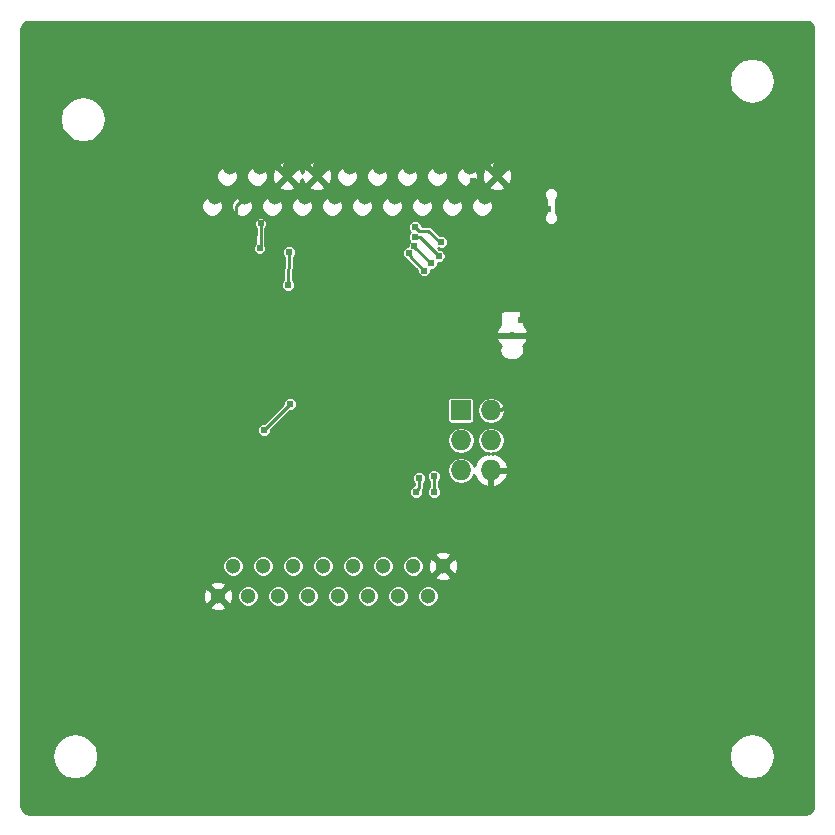
<source format=gbr>
%TF.GenerationSoftware,KiCad,Pcbnew,no-vcs-found-b18601d~60~ubuntu16.04.1*%
%TF.CreationDate,2017-12-11T16:29:56-05:00*%
%TF.ProjectId,etc.,6574632E2E6B696361645F7063620000,rev?*%
%TF.SameCoordinates,Original*%
%TF.FileFunction,Copper,L2,Bot,Signal*%
%TF.FilePolarity,Positive*%
%FSLAX46Y46*%
G04 Gerber Fmt 4.6, Leading zero omitted, Abs format (unit mm)*
G04 Created by KiCad (PCBNEW no-vcs-found-b18601d~60~ubuntu16.04.1) date Mon Dec 11 16:29:56 2017*
%MOMM*%
%LPD*%
G01*
G04 APERTURE LIST*
%TA.AperFunction,ComponentPad*%
%ADD10C,1.300000*%
%TD*%
%TA.AperFunction,ComponentPad*%
%ADD11R,1.727200X1.727200*%
%TD*%
%TA.AperFunction,ComponentPad*%
%ADD12O,1.727200X1.727200*%
%TD*%
%TA.AperFunction,ViaPad*%
%ADD13C,0.609600*%
%TD*%
%TA.AperFunction,Conductor*%
%ADD14C,0.250000*%
%TD*%
%TA.AperFunction,Conductor*%
%ADD15C,0.762000*%
%TD*%
%TA.AperFunction,Conductor*%
%ADD16C,0.254000*%
%TD*%
G04 APERTURE END LIST*
D10*
%TO.P,J2,5*%
%TO.N,R/W*%
X156210000Y-109982000D03*
%TO.P,J2,3*%
%TO.N,Net-(J2-Pad3)*%
X158750000Y-109982000D03*
%TO.P,J2,1*%
%TO.N,GND*%
X161290000Y-109982000D03*
%TO.P,J2,7*%
%TO.N,DB0*%
X153670000Y-109982000D03*
%TO.P,J2,2*%
%TO.N,VCC*%
X160020000Y-112522000D03*
%TO.P,J2,4*%
%TO.N,RS*%
X157480000Y-112522000D03*
%TO.P,J2,6*%
%TO.N,E*%
X154940000Y-112522000D03*
%TO.P,J2,8*%
%TO.N,DB1*%
X152400000Y-112522000D03*
%TO.P,J2,9*%
%TO.N,DB2*%
X151130000Y-109982000D03*
%TO.P,J2,10*%
%TO.N,DB3*%
X149860000Y-112522000D03*
%TO.P,J2,11*%
%TO.N,DB4*%
X148590000Y-109982000D03*
%TO.P,J2,12*%
%TO.N,DB5*%
X147320000Y-112522000D03*
%TO.P,J2,13*%
%TO.N,DB6*%
X146050000Y-109982000D03*
%TO.P,J2,14*%
%TO.N,DB7*%
X144780000Y-112522000D03*
%TO.P,J2,15*%
%TO.N,VCC*%
X143510000Y-109982000D03*
%TO.P,J2,16*%
%TO.N,GND*%
X142240000Y-112522000D03*
%TD*%
%TO.P,J1,5*%
%TO.N,MISO*%
X161036000Y-76200000D03*
%TO.P,J1,3*%
%TO.N,VCC*%
X163576000Y-76200000D03*
%TO.P,J1,1*%
%TO.N,GND*%
X166115999Y-76200000D03*
%TO.P,J1,7*%
%TO.N,RESET*%
X158496000Y-76200000D03*
%TO.P,J1,2*%
%TO.N,+12V*%
X164846000Y-78740000D03*
%TO.P,J1,4*%
%TO.N,MOSI*%
X162306000Y-78740000D03*
%TO.P,J1,6*%
%TO.N,SCK*%
X159766000Y-78740000D03*
%TO.P,J1,8*%
%TO.N,CANH*%
X157226000Y-78740000D03*
%TO.P,J1,9*%
%TO.N,CANL*%
X155956001Y-76200000D03*
%TO.P,J1,10*%
%TO.N,LED1*%
X154686000Y-78740000D03*
%TO.P,J1,11*%
%TO.N,LED2*%
X153416000Y-76200000D03*
%TO.P,J1,12*%
%TO.N,IMD*%
X152146000Y-78740000D03*
%TO.P,J1,13*%
%TO.N,GND*%
X150876000Y-76200000D03*
%TO.P,J1,14*%
%TO.N,AMS*%
X149606000Y-78740000D03*
%TO.P,J1,15*%
%TO.N,GND*%
X148336000Y-76200000D03*
%TO.P,J1,16*%
%TO.N,SDA*%
X147066000Y-78740000D03*
%TO.P,J1,17*%
%TO.N,SCL*%
X145796000Y-76200000D03*
%TO.P,J1,18*%
%TO.N,INT*%
X144526000Y-78740000D03*
%TO.P,J1,19*%
%TO.N,RST*%
X143255999Y-76200000D03*
%TO.P,J1,20*%
%TO.N,EINT*%
X141986000Y-78740000D03*
%TD*%
D11*
%TO.P,P1,1*%
%TO.N,MISO*%
X162814000Y-96774000D03*
D12*
%TO.P,P1,2*%
%TO.N,VCC*%
X165354000Y-96774000D03*
%TO.P,P1,3*%
%TO.N,SCK*%
X162814000Y-99314000D03*
%TO.P,P1,4*%
%TO.N,MOSI*%
X165354000Y-99314000D03*
%TO.P,P1,5*%
%TO.N,RESET*%
X162814000Y-101853999D03*
%TO.P,P1,6*%
%TO.N,GND*%
X165354000Y-101854000D03*
%TD*%
D13*
%TO.N,VCC*%
X162560000Y-80772000D03*
X163830000Y-77373238D03*
X167894000Y-89154000D03*
X167714200Y-95250000D03*
X167894000Y-87555800D03*
X167894000Y-87555800D03*
X168486340Y-104732340D03*
X168369908Y-102329908D03*
X168402000Y-98983052D03*
X167355322Y-97505322D03*
X167355322Y-97505322D03*
%TO.N,GND*%
X168910000Y-92456000D03*
X176022000Y-91186000D03*
X177546000Y-107188000D03*
X177800000Y-82804000D03*
X164846000Y-93980000D03*
X159975800Y-89916000D03*
X162560000Y-88392000D03*
X144780000Y-100076000D03*
X144018000Y-105410000D03*
X156718000Y-96266000D03*
X154940000Y-81280000D03*
X157129555Y-84739556D03*
X148844000Y-105410000D03*
X166624000Y-107696000D03*
X164592000Y-104902000D03*
X145542000Y-94742000D03*
X144018000Y-87630000D03*
X149860000Y-94642893D03*
X148336000Y-89662000D03*
X175768000Y-78232000D03*
X168910000Y-82550000D03*
X163830000Y-82042000D03*
X172212000Y-111506000D03*
%TO.N,Net-(C2-Pad1)*%
X146812000Y-107442000D03*
X145288000Y-107442000D03*
%TO.N,Net-(C3-Pad1)*%
X182880000Y-91186000D03*
X179832000Y-91186000D03*
%TO.N,+3V3*%
X140558322Y-92867678D03*
X167832644Y-96204644D03*
X167832644Y-96204644D03*
X169278433Y-97904433D03*
X170180000Y-100330000D03*
X170180000Y-100330000D03*
X170180000Y-103124000D03*
X170180000Y-108204000D03*
X170180000Y-109728000D03*
X170180000Y-109728000D03*
X170180000Y-109728000D03*
X141809303Y-91616697D03*
X159233393Y-87097393D03*
X157734000Y-84074000D03*
%TO.N,SCK*%
X170180000Y-79756000D03*
X168656000Y-77724000D03*
X146118598Y-98483402D03*
X146118598Y-98483402D03*
X160528000Y-102362000D03*
X160528000Y-102362000D03*
X160528000Y-103701400D03*
X148336000Y-96266000D03*
%TO.N,RS*%
X159004000Y-103701400D03*
X159004000Y-103701400D03*
X159258000Y-102546600D03*
%TO.N,CANH*%
X161105400Y-82550000D03*
X161105400Y-82550000D03*
X158934600Y-81280000D03*
X158934600Y-81280000D03*
%TO.N,CANL*%
X160929692Y-83720355D03*
X158934600Y-82144681D03*
%TO.N,LED1*%
X158884945Y-82895442D03*
X160298023Y-84352023D03*
%TO.N,LED2*%
X158404363Y-83474363D03*
X159690309Y-84959738D03*
%TO.N,SDA*%
X148290353Y-83395077D03*
X148180232Y-86166650D03*
%TO.N,SCL*%
X145870113Y-80972100D03*
X145768716Y-83085284D03*
%TO.N,INT*%
X143764000Y-80772000D03*
%TD*%
D14*
%TO.N,VCC*%
X163233401Y-80098599D02*
X162560000Y-80772000D01*
X163830000Y-77373238D02*
X163233401Y-77969837D01*
X163233401Y-77969837D02*
X163233401Y-80098599D01*
X167714200Y-95250000D02*
X166190200Y-96774000D01*
X166190200Y-96774000D02*
X165354000Y-96774000D01*
X167894000Y-87555800D02*
X167894000Y-88900000D01*
X168369908Y-102329908D02*
X168486340Y-104732340D01*
X168369908Y-104615908D02*
X168486340Y-104732340D01*
X167355322Y-97505322D02*
X167355322Y-97936374D01*
X167355322Y-97936374D02*
X168402000Y-98983052D01*
%TO.N,Net-(C2-Pad1)*%
X145288000Y-107442000D02*
X146812000Y-107442000D01*
D15*
%TO.N,Net-(C3-Pad1)*%
X179832000Y-91186000D02*
X182880000Y-91186000D01*
D14*
%TO.N,+3V3*%
X167894000Y-96520000D02*
X167894000Y-96266000D01*
X167894000Y-96266000D02*
X167832644Y-96204644D01*
X169278433Y-97904433D02*
X167894000Y-96520000D01*
X170180000Y-100584000D02*
X170180000Y-100330000D01*
X170180000Y-102692948D02*
X170180000Y-100584000D01*
X170180000Y-103124000D02*
X170180000Y-102692948D01*
X170180000Y-109728000D02*
X170180000Y-108204000D01*
X141809303Y-91616697D02*
X140558322Y-92867678D01*
X140716000Y-92710000D02*
X140558322Y-92867678D01*
X159201939Y-85541939D02*
X159233393Y-87097393D01*
X159201939Y-87065939D02*
X159233393Y-87097393D01*
X157734000Y-84074000D02*
X159201939Y-85541939D01*
%TO.N,SCK*%
X146423397Y-98178603D02*
X146558000Y-98044000D01*
X170180000Y-79679052D02*
X170180000Y-79756000D01*
X168656000Y-77724000D02*
X168656000Y-78155052D01*
X168656000Y-78155052D02*
X170180000Y-79679052D01*
X146118598Y-98483402D02*
X146423397Y-98178603D01*
D16*
X160528000Y-103701400D02*
X160528000Y-102362000D01*
X148036001Y-96565999D02*
X146558000Y-98044000D01*
X148336000Y-96266000D02*
X148036001Y-96565999D01*
%TO.N,RS*%
X159258000Y-103378000D02*
X159004000Y-103632000D01*
X159004000Y-103632000D02*
X159004000Y-103701400D01*
X159258000Y-102546600D02*
X159258000Y-103378000D01*
%TO.N,CANH*%
X160065999Y-81579999D02*
X161036000Y-82550000D01*
X161036000Y-82550000D02*
X161105400Y-82550000D01*
X158934600Y-81280000D02*
X159234599Y-81579999D01*
X159234599Y-81579999D02*
X160065999Y-81579999D01*
%TO.N,CANL*%
X159358864Y-82144681D02*
X160929692Y-83720355D01*
X160782000Y-83567817D02*
X160782000Y-83572663D01*
X160782000Y-83572663D02*
X160929692Y-83720355D01*
X158934600Y-82144681D02*
X159358864Y-82144681D01*
%TO.N,LED1*%
X158884945Y-82895442D02*
X158884945Y-82938945D01*
X158884945Y-82938945D02*
X160298023Y-84352023D01*
%TO.N,LED2*%
X158496000Y-83765429D02*
X158496000Y-83566000D01*
X158496000Y-83566000D02*
X158404363Y-83474363D01*
X159690309Y-84959738D02*
X158496000Y-83765429D01*
%TO.N,SDA*%
X148290353Y-83395077D02*
X148180232Y-86166650D01*
D14*
X148285545Y-83399885D02*
X148290353Y-83395077D01*
D16*
X148285545Y-86055545D02*
X148285545Y-86061337D01*
X148285545Y-86061337D02*
X148180232Y-86166650D01*
D14*
%TO.N,SCL*%
X145870113Y-80972100D02*
X145870113Y-82983887D01*
X145870113Y-82983887D02*
X145768716Y-83085284D01*
%TO.N,INT*%
X143764000Y-80772000D02*
X143764000Y-79502000D01*
X143764000Y-79502000D02*
X144526000Y-78740000D01*
%TD*%
D16*
%TO.N,GND*%
G36*
X192266051Y-63931636D02*
X192471253Y-64068747D01*
X192608364Y-64273949D01*
X192659000Y-64528510D01*
X192659000Y-130289490D01*
X192608364Y-130544051D01*
X192471253Y-130749253D01*
X192266051Y-130886364D01*
X192011490Y-130937000D01*
X126250510Y-130937000D01*
X125995949Y-130886364D01*
X125790747Y-130749253D01*
X125653636Y-130544051D01*
X125603000Y-130289490D01*
X125603000Y-126082059D01*
X128190650Y-126082059D01*
X128339949Y-126832635D01*
X128765116Y-127468943D01*
X129401424Y-127894110D01*
X130152000Y-128043409D01*
X130902576Y-127894110D01*
X131538884Y-127468943D01*
X131964051Y-126832635D01*
X132113350Y-126082059D01*
X185490650Y-126082059D01*
X185639949Y-126832635D01*
X186065116Y-127468943D01*
X186701424Y-127894110D01*
X187452000Y-128043409D01*
X188202576Y-127894110D01*
X188838884Y-127468943D01*
X189264051Y-126832635D01*
X189413350Y-126082059D01*
X189264051Y-125331483D01*
X188838884Y-124695175D01*
X188202576Y-124270008D01*
X187452000Y-124120709D01*
X186701424Y-124270008D01*
X186065116Y-124695175D01*
X185639949Y-125331483D01*
X185490650Y-126082059D01*
X132113350Y-126082059D01*
X131964051Y-125331483D01*
X131538884Y-124695175D01*
X130902576Y-124270008D01*
X130152000Y-124120709D01*
X129401424Y-124270008D01*
X128765116Y-124695175D01*
X128339949Y-125331483D01*
X128190650Y-126082059D01*
X125603000Y-126082059D01*
X125603000Y-113421016D01*
X141520590Y-113421016D01*
X141576271Y-113651611D01*
X142059078Y-113819622D01*
X142569428Y-113790083D01*
X142903729Y-113651611D01*
X142959410Y-113421016D01*
X142240000Y-112701605D01*
X141520590Y-113421016D01*
X125603000Y-113421016D01*
X125603000Y-112341078D01*
X140942378Y-112341078D01*
X140971917Y-112851428D01*
X141110389Y-113185729D01*
X141340984Y-113241410D01*
X142060395Y-112522000D01*
X142419605Y-112522000D01*
X143139016Y-113241410D01*
X143369611Y-113185729D01*
X143536530Y-112706058D01*
X143850439Y-112706058D01*
X143991634Y-113047775D01*
X144252850Y-113309448D01*
X144594320Y-113451238D01*
X144964058Y-113451561D01*
X145305775Y-113310366D01*
X145567448Y-113049150D01*
X145709238Y-112707680D01*
X145709239Y-112706058D01*
X146390439Y-112706058D01*
X146531634Y-113047775D01*
X146792850Y-113309448D01*
X147134320Y-113451238D01*
X147504058Y-113451561D01*
X147845775Y-113310366D01*
X148107448Y-113049150D01*
X148249238Y-112707680D01*
X148249239Y-112706058D01*
X148930439Y-112706058D01*
X149071634Y-113047775D01*
X149332850Y-113309448D01*
X149674320Y-113451238D01*
X150044058Y-113451561D01*
X150385775Y-113310366D01*
X150647448Y-113049150D01*
X150789238Y-112707680D01*
X150789239Y-112706058D01*
X151470439Y-112706058D01*
X151611634Y-113047775D01*
X151872850Y-113309448D01*
X152214320Y-113451238D01*
X152584058Y-113451561D01*
X152925775Y-113310366D01*
X153187448Y-113049150D01*
X153329238Y-112707680D01*
X153329239Y-112706058D01*
X154010439Y-112706058D01*
X154151634Y-113047775D01*
X154412850Y-113309448D01*
X154754320Y-113451238D01*
X155124058Y-113451561D01*
X155465775Y-113310366D01*
X155727448Y-113049150D01*
X155869238Y-112707680D01*
X155869239Y-112706058D01*
X156550439Y-112706058D01*
X156691634Y-113047775D01*
X156952850Y-113309448D01*
X157294320Y-113451238D01*
X157664058Y-113451561D01*
X158005775Y-113310366D01*
X158267448Y-113049150D01*
X158409238Y-112707680D01*
X158409239Y-112706058D01*
X159090439Y-112706058D01*
X159231634Y-113047775D01*
X159492850Y-113309448D01*
X159834320Y-113451238D01*
X160204058Y-113451561D01*
X160545775Y-113310366D01*
X160807448Y-113049150D01*
X160949238Y-112707680D01*
X160949561Y-112337942D01*
X160808366Y-111996225D01*
X160547150Y-111734552D01*
X160205680Y-111592762D01*
X159835942Y-111592439D01*
X159494225Y-111733634D01*
X159232552Y-111994850D01*
X159090762Y-112336320D01*
X159090439Y-112706058D01*
X158409239Y-112706058D01*
X158409561Y-112337942D01*
X158268366Y-111996225D01*
X158007150Y-111734552D01*
X157665680Y-111592762D01*
X157295942Y-111592439D01*
X156954225Y-111733634D01*
X156692552Y-111994850D01*
X156550762Y-112336320D01*
X156550439Y-112706058D01*
X155869239Y-112706058D01*
X155869561Y-112337942D01*
X155728366Y-111996225D01*
X155467150Y-111734552D01*
X155125680Y-111592762D01*
X154755942Y-111592439D01*
X154414225Y-111733634D01*
X154152552Y-111994850D01*
X154010762Y-112336320D01*
X154010439Y-112706058D01*
X153329239Y-112706058D01*
X153329561Y-112337942D01*
X153188366Y-111996225D01*
X152927150Y-111734552D01*
X152585680Y-111592762D01*
X152215942Y-111592439D01*
X151874225Y-111733634D01*
X151612552Y-111994850D01*
X151470762Y-112336320D01*
X151470439Y-112706058D01*
X150789239Y-112706058D01*
X150789561Y-112337942D01*
X150648366Y-111996225D01*
X150387150Y-111734552D01*
X150045680Y-111592762D01*
X149675942Y-111592439D01*
X149334225Y-111733634D01*
X149072552Y-111994850D01*
X148930762Y-112336320D01*
X148930439Y-112706058D01*
X148249239Y-112706058D01*
X148249561Y-112337942D01*
X148108366Y-111996225D01*
X147847150Y-111734552D01*
X147505680Y-111592762D01*
X147135942Y-111592439D01*
X146794225Y-111733634D01*
X146532552Y-111994850D01*
X146390762Y-112336320D01*
X146390439Y-112706058D01*
X145709239Y-112706058D01*
X145709561Y-112337942D01*
X145568366Y-111996225D01*
X145307150Y-111734552D01*
X144965680Y-111592762D01*
X144595942Y-111592439D01*
X144254225Y-111733634D01*
X143992552Y-111994850D01*
X143850762Y-112336320D01*
X143850439Y-112706058D01*
X143536530Y-112706058D01*
X143537622Y-112702922D01*
X143508083Y-112192572D01*
X143369611Y-111858271D01*
X143139016Y-111802590D01*
X142419605Y-112522000D01*
X142060395Y-112522000D01*
X141340984Y-111802590D01*
X141110389Y-111858271D01*
X140942378Y-112341078D01*
X125603000Y-112341078D01*
X125603000Y-111622984D01*
X141520590Y-111622984D01*
X142240000Y-112342395D01*
X142959410Y-111622984D01*
X142903729Y-111392389D01*
X142420922Y-111224378D01*
X141910572Y-111253917D01*
X141576271Y-111392389D01*
X141520590Y-111622984D01*
X125603000Y-111622984D01*
X125603000Y-110166058D01*
X142580439Y-110166058D01*
X142721634Y-110507775D01*
X142982850Y-110769448D01*
X143324320Y-110911238D01*
X143694058Y-110911561D01*
X144035775Y-110770366D01*
X144297448Y-110509150D01*
X144439238Y-110167680D01*
X144439239Y-110166058D01*
X145120439Y-110166058D01*
X145261634Y-110507775D01*
X145522850Y-110769448D01*
X145864320Y-110911238D01*
X146234058Y-110911561D01*
X146575775Y-110770366D01*
X146837448Y-110509150D01*
X146979238Y-110167680D01*
X146979239Y-110166058D01*
X147660439Y-110166058D01*
X147801634Y-110507775D01*
X148062850Y-110769448D01*
X148404320Y-110911238D01*
X148774058Y-110911561D01*
X149115775Y-110770366D01*
X149377448Y-110509150D01*
X149519238Y-110167680D01*
X149519239Y-110166058D01*
X150200439Y-110166058D01*
X150341634Y-110507775D01*
X150602850Y-110769448D01*
X150944320Y-110911238D01*
X151314058Y-110911561D01*
X151655775Y-110770366D01*
X151917448Y-110509150D01*
X152059238Y-110167680D01*
X152059239Y-110166058D01*
X152740439Y-110166058D01*
X152881634Y-110507775D01*
X153142850Y-110769448D01*
X153484320Y-110911238D01*
X153854058Y-110911561D01*
X154195775Y-110770366D01*
X154457448Y-110509150D01*
X154599238Y-110167680D01*
X154599239Y-110166058D01*
X155280439Y-110166058D01*
X155421634Y-110507775D01*
X155682850Y-110769448D01*
X156024320Y-110911238D01*
X156394058Y-110911561D01*
X156735775Y-110770366D01*
X156997448Y-110509150D01*
X157139238Y-110167680D01*
X157139239Y-110166058D01*
X157820439Y-110166058D01*
X157961634Y-110507775D01*
X158222850Y-110769448D01*
X158564320Y-110911238D01*
X158934058Y-110911561D01*
X159007982Y-110881016D01*
X160570590Y-110881016D01*
X160626271Y-111111611D01*
X161109078Y-111279622D01*
X161619428Y-111250083D01*
X161953729Y-111111611D01*
X162009410Y-110881016D01*
X161290000Y-110161605D01*
X160570590Y-110881016D01*
X159007982Y-110881016D01*
X159275775Y-110770366D01*
X159537448Y-110509150D01*
X159679238Y-110167680D01*
X159679558Y-109801078D01*
X159992378Y-109801078D01*
X160021917Y-110311428D01*
X160160389Y-110645729D01*
X160390984Y-110701410D01*
X161110395Y-109982000D01*
X161469605Y-109982000D01*
X162189016Y-110701410D01*
X162419611Y-110645729D01*
X162587622Y-110162922D01*
X162558083Y-109652572D01*
X162419611Y-109318271D01*
X162189016Y-109262590D01*
X161469605Y-109982000D01*
X161110395Y-109982000D01*
X160390984Y-109262590D01*
X160160389Y-109318271D01*
X159992378Y-109801078D01*
X159679558Y-109801078D01*
X159679561Y-109797942D01*
X159538366Y-109456225D01*
X159277150Y-109194552D01*
X159008464Y-109082984D01*
X160570590Y-109082984D01*
X161290000Y-109802395D01*
X162009410Y-109082984D01*
X161953729Y-108852389D01*
X161470922Y-108684378D01*
X160960572Y-108713917D01*
X160626271Y-108852389D01*
X160570590Y-109082984D01*
X159008464Y-109082984D01*
X158935680Y-109052762D01*
X158565942Y-109052439D01*
X158224225Y-109193634D01*
X157962552Y-109454850D01*
X157820762Y-109796320D01*
X157820439Y-110166058D01*
X157139239Y-110166058D01*
X157139561Y-109797942D01*
X156998366Y-109456225D01*
X156737150Y-109194552D01*
X156395680Y-109052762D01*
X156025942Y-109052439D01*
X155684225Y-109193634D01*
X155422552Y-109454850D01*
X155280762Y-109796320D01*
X155280439Y-110166058D01*
X154599239Y-110166058D01*
X154599561Y-109797942D01*
X154458366Y-109456225D01*
X154197150Y-109194552D01*
X153855680Y-109052762D01*
X153485942Y-109052439D01*
X153144225Y-109193634D01*
X152882552Y-109454850D01*
X152740762Y-109796320D01*
X152740439Y-110166058D01*
X152059239Y-110166058D01*
X152059561Y-109797942D01*
X151918366Y-109456225D01*
X151657150Y-109194552D01*
X151315680Y-109052762D01*
X150945942Y-109052439D01*
X150604225Y-109193634D01*
X150342552Y-109454850D01*
X150200762Y-109796320D01*
X150200439Y-110166058D01*
X149519239Y-110166058D01*
X149519561Y-109797942D01*
X149378366Y-109456225D01*
X149117150Y-109194552D01*
X148775680Y-109052762D01*
X148405942Y-109052439D01*
X148064225Y-109193634D01*
X147802552Y-109454850D01*
X147660762Y-109796320D01*
X147660439Y-110166058D01*
X146979239Y-110166058D01*
X146979561Y-109797942D01*
X146838366Y-109456225D01*
X146577150Y-109194552D01*
X146235680Y-109052762D01*
X145865942Y-109052439D01*
X145524225Y-109193634D01*
X145262552Y-109454850D01*
X145120762Y-109796320D01*
X145120439Y-110166058D01*
X144439239Y-110166058D01*
X144439561Y-109797942D01*
X144298366Y-109456225D01*
X144037150Y-109194552D01*
X143695680Y-109052762D01*
X143325942Y-109052439D01*
X142984225Y-109193634D01*
X142722552Y-109454850D01*
X142580762Y-109796320D01*
X142580439Y-110166058D01*
X125603000Y-110166058D01*
X125603000Y-103817095D01*
X158419699Y-103817095D01*
X158508451Y-104031890D01*
X158672645Y-104196372D01*
X158887286Y-104285498D01*
X159119695Y-104285701D01*
X159334490Y-104196949D01*
X159498972Y-104032755D01*
X159588098Y-103818114D01*
X159588288Y-103601135D01*
X159633465Y-103533523D01*
X159664400Y-103378000D01*
X159664400Y-102966372D01*
X159752972Y-102877955D01*
X159842098Y-102663314D01*
X159842260Y-102477695D01*
X159943699Y-102477695D01*
X160032451Y-102692490D01*
X160121600Y-102781795D01*
X160121600Y-103281628D01*
X160033028Y-103370045D01*
X159943902Y-103584686D01*
X159943699Y-103817095D01*
X160032451Y-104031890D01*
X160196645Y-104196372D01*
X160411286Y-104285498D01*
X160643695Y-104285701D01*
X160858490Y-104196949D01*
X161022972Y-104032755D01*
X161112098Y-103818114D01*
X161112301Y-103585705D01*
X161023549Y-103370910D01*
X160934400Y-103281605D01*
X160934400Y-102781772D01*
X161022972Y-102693355D01*
X161112098Y-102478714D01*
X161112301Y-102246305D01*
X161023549Y-102031510D01*
X160859355Y-101867028D01*
X160827978Y-101853999D01*
X161648607Y-101853999D01*
X161735613Y-102291406D01*
X161983384Y-102662222D01*
X162354200Y-102909993D01*
X162791607Y-102996999D01*
X162836393Y-102996999D01*
X163273800Y-102909993D01*
X163644616Y-102662222D01*
X163892387Y-102291406D01*
X163905079Y-102227601D01*
X164071312Y-102628947D01*
X164465510Y-103060821D01*
X164994973Y-103308968D01*
X165227000Y-103188469D01*
X165227000Y-101981000D01*
X165481000Y-101981000D01*
X165481000Y-103188469D01*
X165713027Y-103308968D01*
X166242490Y-103060821D01*
X166636688Y-102628947D01*
X166808958Y-102213026D01*
X166687817Y-101981000D01*
X165481000Y-101981000D01*
X165227000Y-101981000D01*
X165207000Y-101981000D01*
X165207000Y-101727000D01*
X165227000Y-101727000D01*
X165227000Y-101707000D01*
X165481000Y-101707000D01*
X165481000Y-101727000D01*
X166687817Y-101727000D01*
X166808958Y-101494974D01*
X166636688Y-101079053D01*
X166242490Y-100647179D01*
X165713027Y-100399032D01*
X165481002Y-100519530D01*
X165481002Y-100436192D01*
X165813800Y-100369994D01*
X166184616Y-100122223D01*
X166432387Y-99751407D01*
X166519393Y-99314000D01*
X166432387Y-98876593D01*
X166184616Y-98505777D01*
X165813800Y-98258006D01*
X165376393Y-98171000D01*
X165331607Y-98171000D01*
X164894200Y-98258006D01*
X164523384Y-98505777D01*
X164275613Y-98876593D01*
X164188607Y-99314000D01*
X164275613Y-99751407D01*
X164523384Y-100122223D01*
X164894200Y-100369994D01*
X165226998Y-100436192D01*
X165226998Y-100519530D01*
X164994973Y-100399032D01*
X164465510Y-100647179D01*
X164071312Y-101079053D01*
X163905079Y-101480399D01*
X163892387Y-101416592D01*
X163644616Y-101045776D01*
X163273800Y-100798005D01*
X162836393Y-100710999D01*
X162791607Y-100710999D01*
X162354200Y-100798005D01*
X161983384Y-101045776D01*
X161735613Y-101416592D01*
X161648607Y-101853999D01*
X160827978Y-101853999D01*
X160644714Y-101777902D01*
X160412305Y-101777699D01*
X160197510Y-101866451D01*
X160033028Y-102030645D01*
X159943902Y-102245286D01*
X159943699Y-102477695D01*
X159842260Y-102477695D01*
X159842301Y-102430905D01*
X159753549Y-102216110D01*
X159589355Y-102051628D01*
X159374714Y-101962502D01*
X159142305Y-101962299D01*
X158927510Y-102051051D01*
X158763028Y-102215245D01*
X158673902Y-102429886D01*
X158673699Y-102662295D01*
X158762451Y-102877090D01*
X158851600Y-102966395D01*
X158851600Y-103132265D01*
X158673510Y-103205851D01*
X158509028Y-103370045D01*
X158419902Y-103584686D01*
X158419699Y-103817095D01*
X125603000Y-103817095D01*
X125603000Y-99314000D01*
X161648607Y-99314000D01*
X161735613Y-99751407D01*
X161983384Y-100122223D01*
X162354200Y-100369994D01*
X162791607Y-100457000D01*
X162836393Y-100457000D01*
X163273800Y-100369994D01*
X163644616Y-100122223D01*
X163892387Y-99751407D01*
X163979393Y-99314000D01*
X163892387Y-98876593D01*
X163644616Y-98505777D01*
X163273800Y-98258006D01*
X162836393Y-98171000D01*
X162791607Y-98171000D01*
X162354200Y-98258006D01*
X161983384Y-98505777D01*
X161735613Y-98876593D01*
X161648607Y-99314000D01*
X125603000Y-99314000D01*
X125603000Y-98599097D01*
X145534297Y-98599097D01*
X145623049Y-98813892D01*
X145787243Y-98978374D01*
X146001884Y-99067500D01*
X146234293Y-99067703D01*
X146449088Y-98978951D01*
X146613570Y-98814757D01*
X146702696Y-98600116D01*
X146702809Y-98471099D01*
X146709351Y-98464557D01*
X146760418Y-98388130D01*
X146845368Y-98331368D01*
X148326544Y-96850192D01*
X148451695Y-96850301D01*
X148666490Y-96761549D01*
X148830972Y-96597355D01*
X148920098Y-96382714D01*
X148920301Y-96150305D01*
X148831549Y-95935510D01*
X148806483Y-95910400D01*
X161665527Y-95910400D01*
X161665527Y-97637600D01*
X161687212Y-97746616D01*
X161748964Y-97839036D01*
X161841384Y-97900788D01*
X161950400Y-97922473D01*
X163677600Y-97922473D01*
X163786616Y-97900788D01*
X163879036Y-97839036D01*
X163940788Y-97746616D01*
X163962473Y-97637600D01*
X163962473Y-96774000D01*
X164188607Y-96774000D01*
X164275613Y-97211407D01*
X164523384Y-97582223D01*
X164894200Y-97829994D01*
X165331607Y-97917000D01*
X165376393Y-97917000D01*
X165813800Y-97829994D01*
X166184616Y-97582223D01*
X166432387Y-97211407D01*
X166519393Y-96774000D01*
X166432387Y-96336593D01*
X166184616Y-95965777D01*
X165813800Y-95718006D01*
X165376393Y-95631000D01*
X165331607Y-95631000D01*
X164894200Y-95718006D01*
X164523384Y-95965777D01*
X164275613Y-96336593D01*
X164188607Y-96774000D01*
X163962473Y-96774000D01*
X163962473Y-95910400D01*
X163940788Y-95801384D01*
X163879036Y-95708964D01*
X163786616Y-95647212D01*
X163677600Y-95625527D01*
X161950400Y-95625527D01*
X161841384Y-95647212D01*
X161748964Y-95708964D01*
X161687212Y-95801384D01*
X161665527Y-95910400D01*
X148806483Y-95910400D01*
X148667355Y-95771028D01*
X148452714Y-95681902D01*
X148220305Y-95681699D01*
X148005510Y-95770451D01*
X147841028Y-95934645D01*
X147751902Y-96149286D01*
X147751792Y-96275472D01*
X146270632Y-97756632D01*
X146213870Y-97841582D01*
X146137443Y-97892649D01*
X146130879Y-97899213D01*
X146002903Y-97899101D01*
X145788108Y-97987853D01*
X145623626Y-98152047D01*
X145534500Y-98366688D01*
X145534297Y-98599097D01*
X125603000Y-98599097D01*
X125603000Y-90731383D01*
X165788100Y-90731383D01*
X165795244Y-90783810D01*
X166018326Y-91185699D01*
X166186529Y-91319331D01*
X166144426Y-91382343D01*
X166082433Y-91694000D01*
X166144426Y-92005657D01*
X166320965Y-92269868D01*
X166585176Y-92446407D01*
X166896833Y-92508400D01*
X167367167Y-92508400D01*
X167678824Y-92446407D01*
X167943035Y-92269868D01*
X168119574Y-92005657D01*
X168181567Y-91694000D01*
X168119574Y-91382343D01*
X168077471Y-91319331D01*
X168245674Y-91185699D01*
X168468756Y-90783810D01*
X168475900Y-90731383D01*
X168350244Y-90551000D01*
X167259000Y-90551000D01*
X167259000Y-90571000D01*
X167005000Y-90571000D01*
X167005000Y-90551000D01*
X165913756Y-90551000D01*
X165788100Y-90731383D01*
X125603000Y-90731383D01*
X125603000Y-90116617D01*
X165788100Y-90116617D01*
X165913756Y-90297000D01*
X167005000Y-90297000D01*
X167005000Y-90277000D01*
X167259000Y-90277000D01*
X167259000Y-90297000D01*
X168350244Y-90297000D01*
X168475900Y-90116617D01*
X168468756Y-90064190D01*
X168245674Y-89662301D01*
X168166873Y-89599696D01*
X168166873Y-88619000D01*
X168145188Y-88509984D01*
X168083436Y-88417564D01*
X167991016Y-88355812D01*
X167882000Y-88334127D01*
X166382000Y-88334127D01*
X166272984Y-88355812D01*
X166180564Y-88417564D01*
X166118812Y-88509984D01*
X166097127Y-88619000D01*
X166097127Y-89599696D01*
X166018326Y-89662301D01*
X165795244Y-90064190D01*
X165788100Y-90116617D01*
X125603000Y-90116617D01*
X125603000Y-86282345D01*
X147595931Y-86282345D01*
X147684683Y-86497140D01*
X147848877Y-86661622D01*
X148063518Y-86750748D01*
X148295927Y-86750951D01*
X148510722Y-86662199D01*
X148675204Y-86498005D01*
X148764330Y-86283364D01*
X148764533Y-86050955D01*
X148675781Y-85836160D01*
X148602308Y-85762558D01*
X148675642Y-83835932D01*
X148780517Y-83731240D01*
X148839140Y-83590058D01*
X157820062Y-83590058D01*
X157908814Y-83804853D01*
X158073008Y-83969335D01*
X158183528Y-84015227D01*
X158208632Y-84052797D01*
X159106117Y-84950282D01*
X159106008Y-85075433D01*
X159194760Y-85290228D01*
X159358954Y-85454710D01*
X159573595Y-85543836D01*
X159806004Y-85544039D01*
X160020799Y-85455287D01*
X160185281Y-85291093D01*
X160274407Y-85076452D01*
X160274530Y-84936202D01*
X160413718Y-84936324D01*
X160628513Y-84847572D01*
X160792995Y-84683378D01*
X160882121Y-84468737D01*
X160882264Y-84304514D01*
X161045387Y-84304656D01*
X161260182Y-84215904D01*
X161424664Y-84051710D01*
X161513790Y-83837069D01*
X161513993Y-83604660D01*
X161425241Y-83389865D01*
X161261047Y-83225383D01*
X161046406Y-83136257D01*
X160921135Y-83136148D01*
X160869933Y-83084788D01*
X160988686Y-83134098D01*
X161221095Y-83134301D01*
X161435890Y-83045549D01*
X161600372Y-82881355D01*
X161689498Y-82666714D01*
X161689701Y-82434305D01*
X161600949Y-82219510D01*
X161436755Y-82055028D01*
X161222114Y-81965902D01*
X161026468Y-81965731D01*
X160353367Y-81292631D01*
X160221522Y-81204534D01*
X160065999Y-81173599D01*
X159518893Y-81173599D01*
X159518901Y-81164305D01*
X159430149Y-80949510D01*
X159265955Y-80785028D01*
X159051314Y-80695902D01*
X158818905Y-80695699D01*
X158604110Y-80784451D01*
X158439628Y-80948645D01*
X158350502Y-81163286D01*
X158350299Y-81395695D01*
X158439051Y-81610490D01*
X158540757Y-81712374D01*
X158439628Y-81813326D01*
X158350502Y-82027967D01*
X158350299Y-82260376D01*
X158439051Y-82475171D01*
X158459013Y-82495168D01*
X158389973Y-82564087D01*
X158300847Y-82778728D01*
X158300750Y-82890073D01*
X158288668Y-82890062D01*
X158073873Y-82978814D01*
X157909391Y-83143008D01*
X157820265Y-83357649D01*
X157820062Y-83590058D01*
X148839140Y-83590058D01*
X148869643Y-83516599D01*
X148869846Y-83284190D01*
X148781094Y-83069395D01*
X148616900Y-82904913D01*
X148402259Y-82815787D01*
X148169850Y-82815584D01*
X147955055Y-82904336D01*
X147790573Y-83068530D01*
X147701447Y-83283171D01*
X147701244Y-83515580D01*
X147705850Y-83526726D01*
X147694315Y-83584715D01*
X147725250Y-83740237D01*
X147813347Y-83872083D01*
X147859698Y-83903054D01*
X147790135Y-85730604D01*
X147685260Y-85835295D01*
X147596134Y-86049936D01*
X147595931Y-86282345D01*
X125603000Y-86282345D01*
X125603000Y-83200979D01*
X145184415Y-83200979D01*
X145273167Y-83415774D01*
X145437361Y-83580256D01*
X145652002Y-83669382D01*
X145884411Y-83669585D01*
X146099206Y-83580833D01*
X146263688Y-83416639D01*
X146352814Y-83201998D01*
X146353017Y-82969589D01*
X146264265Y-82754794D01*
X146191655Y-82682057D01*
X146242990Y-81405151D01*
X146348802Y-81299525D01*
X146437928Y-81084884D01*
X146438131Y-80852475D01*
X146349379Y-80637680D01*
X146185185Y-80473198D01*
X145970544Y-80384072D01*
X145738135Y-80383869D01*
X145523340Y-80472621D01*
X145358858Y-80636815D01*
X145269732Y-80851456D01*
X145269529Y-81083865D01*
X145358281Y-81298660D01*
X145430891Y-81371397D01*
X145379556Y-82648303D01*
X145273744Y-82753929D01*
X145184618Y-82968570D01*
X145184415Y-83200979D01*
X125603000Y-83200979D01*
X125603000Y-79686058D01*
X140802439Y-79686058D01*
X140943634Y-80027775D01*
X141204850Y-80289448D01*
X141546320Y-80431238D01*
X141916058Y-80431561D01*
X142257775Y-80290366D01*
X142519448Y-80029150D01*
X142661238Y-79687680D01*
X142661239Y-79686058D01*
X143342439Y-79686058D01*
X143483634Y-80027775D01*
X143744850Y-80289448D01*
X144086320Y-80431238D01*
X144456058Y-80431561D01*
X144797775Y-80290366D01*
X145059448Y-80029150D01*
X145201238Y-79687680D01*
X145201239Y-79686058D01*
X145882439Y-79686058D01*
X146023634Y-80027775D01*
X146284850Y-80289448D01*
X146626320Y-80431238D01*
X146996058Y-80431561D01*
X147337775Y-80290366D01*
X147599448Y-80029150D01*
X147741238Y-79687680D01*
X147741239Y-79686058D01*
X148422439Y-79686058D01*
X148563634Y-80027775D01*
X148824850Y-80289448D01*
X149166320Y-80431238D01*
X149536058Y-80431561D01*
X149877775Y-80290366D01*
X150139448Y-80029150D01*
X150281238Y-79687680D01*
X150281239Y-79686058D01*
X150962439Y-79686058D01*
X151103634Y-80027775D01*
X151364850Y-80289448D01*
X151706320Y-80431238D01*
X152076058Y-80431561D01*
X152417775Y-80290366D01*
X152679448Y-80029150D01*
X152821238Y-79687680D01*
X152821239Y-79686058D01*
X153502439Y-79686058D01*
X153643634Y-80027775D01*
X153904850Y-80289448D01*
X154246320Y-80431238D01*
X154616058Y-80431561D01*
X154957775Y-80290366D01*
X155219448Y-80029150D01*
X155361238Y-79687680D01*
X155361239Y-79686058D01*
X156042439Y-79686058D01*
X156183634Y-80027775D01*
X156444850Y-80289448D01*
X156786320Y-80431238D01*
X157156058Y-80431561D01*
X157497775Y-80290366D01*
X157759448Y-80029150D01*
X157901238Y-79687680D01*
X157901239Y-79686058D01*
X158582439Y-79686058D01*
X158723634Y-80027775D01*
X158984850Y-80289448D01*
X159326320Y-80431238D01*
X159696058Y-80431561D01*
X160037775Y-80290366D01*
X160299448Y-80029150D01*
X160441238Y-79687680D01*
X160441239Y-79686058D01*
X161122439Y-79686058D01*
X161263634Y-80027775D01*
X161524850Y-80289448D01*
X161866320Y-80431238D01*
X162236058Y-80431561D01*
X162577775Y-80290366D01*
X162839448Y-80029150D01*
X162981238Y-79687680D01*
X162981239Y-79686058D01*
X163662439Y-79686058D01*
X163803634Y-80027775D01*
X164064850Y-80289448D01*
X164406320Y-80431238D01*
X164776058Y-80431561D01*
X165117775Y-80290366D01*
X165379448Y-80029150D01*
X165521238Y-79687680D01*
X165521561Y-79317942D01*
X165380366Y-78976225D01*
X165119150Y-78714552D01*
X164847359Y-78601695D01*
X169849699Y-78601695D01*
X169938451Y-78816490D01*
X170027600Y-78905795D01*
X170027600Y-80098228D01*
X169939028Y-80186645D01*
X169849902Y-80401286D01*
X169849699Y-80633695D01*
X169938451Y-80848490D01*
X170102645Y-81012972D01*
X170317286Y-81102098D01*
X170549695Y-81102301D01*
X170764490Y-81013549D01*
X170928972Y-80849355D01*
X171018098Y-80634714D01*
X171018301Y-80402305D01*
X170929549Y-80187510D01*
X170840400Y-80098205D01*
X170840400Y-78905772D01*
X170928972Y-78817355D01*
X171018098Y-78602714D01*
X171018301Y-78370305D01*
X170929549Y-78155510D01*
X170765355Y-77991028D01*
X170550714Y-77901902D01*
X170318305Y-77901699D01*
X170103510Y-77990451D01*
X169939028Y-78154645D01*
X169849902Y-78369286D01*
X169849699Y-78601695D01*
X164847359Y-78601695D01*
X164777680Y-78572762D01*
X164407942Y-78572439D01*
X164066225Y-78713634D01*
X163804552Y-78974850D01*
X163662762Y-79316320D01*
X163662439Y-79686058D01*
X162981239Y-79686058D01*
X162981561Y-79317942D01*
X162840366Y-78976225D01*
X162579150Y-78714552D01*
X162237680Y-78572762D01*
X161867942Y-78572439D01*
X161526225Y-78713634D01*
X161264552Y-78974850D01*
X161122762Y-79316320D01*
X161122439Y-79686058D01*
X160441239Y-79686058D01*
X160441561Y-79317942D01*
X160300366Y-78976225D01*
X160039150Y-78714552D01*
X159697680Y-78572762D01*
X159327942Y-78572439D01*
X158986225Y-78713634D01*
X158724552Y-78974850D01*
X158582762Y-79316320D01*
X158582439Y-79686058D01*
X157901239Y-79686058D01*
X157901561Y-79317942D01*
X157760366Y-78976225D01*
X157499150Y-78714552D01*
X157157680Y-78572762D01*
X156787942Y-78572439D01*
X156446225Y-78713634D01*
X156184552Y-78974850D01*
X156042762Y-79316320D01*
X156042439Y-79686058D01*
X155361239Y-79686058D01*
X155361561Y-79317942D01*
X155220366Y-78976225D01*
X154959150Y-78714552D01*
X154617680Y-78572762D01*
X154247942Y-78572439D01*
X153906225Y-78713634D01*
X153644552Y-78974850D01*
X153502762Y-79316320D01*
X153502439Y-79686058D01*
X152821239Y-79686058D01*
X152821561Y-79317942D01*
X152680366Y-78976225D01*
X152419150Y-78714552D01*
X152077680Y-78572762D01*
X151707942Y-78572439D01*
X151366225Y-78713634D01*
X151104552Y-78974850D01*
X150962762Y-79316320D01*
X150962439Y-79686058D01*
X150281239Y-79686058D01*
X150281561Y-79317942D01*
X150140366Y-78976225D01*
X149879150Y-78714552D01*
X149537680Y-78572762D01*
X149167942Y-78572439D01*
X148826225Y-78713634D01*
X148564552Y-78974850D01*
X148422762Y-79316320D01*
X148422439Y-79686058D01*
X147741239Y-79686058D01*
X147741561Y-79317942D01*
X147600366Y-78976225D01*
X147339150Y-78714552D01*
X146997680Y-78572762D01*
X146627942Y-78572439D01*
X146286225Y-78713634D01*
X146024552Y-78974850D01*
X145882762Y-79316320D01*
X145882439Y-79686058D01*
X145201239Y-79686058D01*
X145201561Y-79317942D01*
X145060366Y-78976225D01*
X144799150Y-78714552D01*
X144457680Y-78572762D01*
X144087942Y-78572439D01*
X143746225Y-78713634D01*
X143484552Y-78974850D01*
X143342762Y-79316320D01*
X143342439Y-79686058D01*
X142661239Y-79686058D01*
X142661561Y-79317942D01*
X142520366Y-78976225D01*
X142259150Y-78714552D01*
X141917680Y-78572762D01*
X141547942Y-78572439D01*
X141206225Y-78713634D01*
X140944552Y-78974850D01*
X140802762Y-79316320D01*
X140802439Y-79686058D01*
X125603000Y-79686058D01*
X125603000Y-77146058D01*
X142072438Y-77146058D01*
X142213633Y-77487775D01*
X142474849Y-77749448D01*
X142816319Y-77891238D01*
X143186057Y-77891561D01*
X143527774Y-77750366D01*
X143789447Y-77489150D01*
X143931237Y-77147680D01*
X143931238Y-77146058D01*
X144612439Y-77146058D01*
X144753634Y-77487775D01*
X145014850Y-77749448D01*
X145356320Y-77891238D01*
X145726058Y-77891561D01*
X145799982Y-77861016D01*
X147362590Y-77861016D01*
X147418271Y-78091611D01*
X147901078Y-78259622D01*
X148411428Y-78230083D01*
X148745729Y-78091611D01*
X148801410Y-77861016D01*
X149902590Y-77861016D01*
X149958271Y-78091611D01*
X150441078Y-78259622D01*
X150951428Y-78230083D01*
X151285729Y-78091611D01*
X151341410Y-77861016D01*
X150622000Y-77141605D01*
X149902590Y-77861016D01*
X148801410Y-77861016D01*
X148082000Y-77141605D01*
X147362590Y-77861016D01*
X145799982Y-77861016D01*
X146067775Y-77750366D01*
X146329448Y-77489150D01*
X146471238Y-77147680D01*
X146471558Y-76781078D01*
X146784378Y-76781078D01*
X146813917Y-77291428D01*
X146952389Y-77625729D01*
X147182984Y-77681410D01*
X147902395Y-76962000D01*
X148261605Y-76962000D01*
X148981016Y-77681410D01*
X149211611Y-77625729D01*
X149350213Y-77227434D01*
X149353917Y-77291428D01*
X149492389Y-77625729D01*
X149722984Y-77681410D01*
X150442395Y-76962000D01*
X150801605Y-76962000D01*
X151521016Y-77681410D01*
X151751611Y-77625729D01*
X151918530Y-77146058D01*
X152232439Y-77146058D01*
X152373634Y-77487775D01*
X152634850Y-77749448D01*
X152976320Y-77891238D01*
X153346058Y-77891561D01*
X153687775Y-77750366D01*
X153949448Y-77489150D01*
X154091238Y-77147680D01*
X154091239Y-77146058D01*
X154772440Y-77146058D01*
X154913635Y-77487775D01*
X155174851Y-77749448D01*
X155516321Y-77891238D01*
X155886059Y-77891561D01*
X156227776Y-77750366D01*
X156489449Y-77489150D01*
X156631239Y-77147680D01*
X156631240Y-77146058D01*
X157312439Y-77146058D01*
X157453634Y-77487775D01*
X157714850Y-77749448D01*
X158056320Y-77891238D01*
X158426058Y-77891561D01*
X158767775Y-77750366D01*
X159029448Y-77489150D01*
X159171238Y-77147680D01*
X159171239Y-77146058D01*
X159852439Y-77146058D01*
X159993634Y-77487775D01*
X160254850Y-77749448D01*
X160596320Y-77891238D01*
X160966058Y-77891561D01*
X161307775Y-77750366D01*
X161569448Y-77489150D01*
X161711238Y-77147680D01*
X161711239Y-77146058D01*
X162392439Y-77146058D01*
X162533634Y-77487775D01*
X162794850Y-77749448D01*
X163136320Y-77891238D01*
X163506058Y-77891561D01*
X163579982Y-77861016D01*
X165142589Y-77861016D01*
X165198270Y-78091611D01*
X165681077Y-78259622D01*
X166191427Y-78230083D01*
X166525728Y-78091611D01*
X166581409Y-77861016D01*
X165861999Y-77141605D01*
X165142589Y-77861016D01*
X163579982Y-77861016D01*
X163847775Y-77750366D01*
X164109448Y-77489150D01*
X164251238Y-77147680D01*
X164251558Y-76781078D01*
X164564377Y-76781078D01*
X164593916Y-77291428D01*
X164732388Y-77625729D01*
X164962983Y-77681410D01*
X165682394Y-76962000D01*
X166041604Y-76962000D01*
X166761015Y-77681410D01*
X166991610Y-77625729D01*
X167159621Y-77142922D01*
X167130082Y-76632572D01*
X166991610Y-76298271D01*
X166761015Y-76242590D01*
X166041604Y-76962000D01*
X165682394Y-76962000D01*
X164962983Y-76242590D01*
X164732388Y-76298271D01*
X164564377Y-76781078D01*
X164251558Y-76781078D01*
X164251561Y-76777942D01*
X164110366Y-76436225D01*
X163849150Y-76174552D01*
X163580464Y-76062984D01*
X165142589Y-76062984D01*
X165861999Y-76782395D01*
X166581409Y-76062984D01*
X166525728Y-75832389D01*
X166042921Y-75664378D01*
X165532571Y-75693917D01*
X165198270Y-75832389D01*
X165142589Y-76062984D01*
X163580464Y-76062984D01*
X163507680Y-76032762D01*
X163137942Y-76032439D01*
X162796225Y-76173634D01*
X162534552Y-76434850D01*
X162392762Y-76776320D01*
X162392439Y-77146058D01*
X161711239Y-77146058D01*
X161711561Y-76777942D01*
X161570366Y-76436225D01*
X161309150Y-76174552D01*
X160967680Y-76032762D01*
X160597942Y-76032439D01*
X160256225Y-76173634D01*
X159994552Y-76434850D01*
X159852762Y-76776320D01*
X159852439Y-77146058D01*
X159171239Y-77146058D01*
X159171561Y-76777942D01*
X159030366Y-76436225D01*
X158769150Y-76174552D01*
X158427680Y-76032762D01*
X158057942Y-76032439D01*
X157716225Y-76173634D01*
X157454552Y-76434850D01*
X157312762Y-76776320D01*
X157312439Y-77146058D01*
X156631240Y-77146058D01*
X156631562Y-76777942D01*
X156490367Y-76436225D01*
X156229151Y-76174552D01*
X155887681Y-76032762D01*
X155517943Y-76032439D01*
X155176226Y-76173634D01*
X154914553Y-76434850D01*
X154772763Y-76776320D01*
X154772440Y-77146058D01*
X154091239Y-77146058D01*
X154091561Y-76777942D01*
X153950366Y-76436225D01*
X153689150Y-76174552D01*
X153347680Y-76032762D01*
X152977942Y-76032439D01*
X152636225Y-76173634D01*
X152374552Y-76434850D01*
X152232762Y-76776320D01*
X152232439Y-77146058D01*
X151918530Y-77146058D01*
X151919622Y-77142922D01*
X151890083Y-76632572D01*
X151751611Y-76298271D01*
X151521016Y-76242590D01*
X150801605Y-76962000D01*
X150442395Y-76962000D01*
X149722984Y-76242590D01*
X149492389Y-76298271D01*
X149353787Y-76696566D01*
X149350083Y-76632572D01*
X149211611Y-76298271D01*
X148981016Y-76242590D01*
X148261605Y-76962000D01*
X147902395Y-76962000D01*
X147182984Y-76242590D01*
X146952389Y-76298271D01*
X146784378Y-76781078D01*
X146471558Y-76781078D01*
X146471561Y-76777942D01*
X146330366Y-76436225D01*
X146069150Y-76174552D01*
X145800464Y-76062984D01*
X147362590Y-76062984D01*
X148082000Y-76782395D01*
X148801410Y-76062984D01*
X149902590Y-76062984D01*
X150622000Y-76782395D01*
X151341410Y-76062984D01*
X151285729Y-75832389D01*
X150802922Y-75664378D01*
X150292572Y-75693917D01*
X149958271Y-75832389D01*
X149902590Y-76062984D01*
X148801410Y-76062984D01*
X148745729Y-75832389D01*
X148262922Y-75664378D01*
X147752572Y-75693917D01*
X147418271Y-75832389D01*
X147362590Y-76062984D01*
X145800464Y-76062984D01*
X145727680Y-76032762D01*
X145357942Y-76032439D01*
X145016225Y-76173634D01*
X144754552Y-76434850D01*
X144612762Y-76776320D01*
X144612439Y-77146058D01*
X143931238Y-77146058D01*
X143931560Y-76777942D01*
X143790365Y-76436225D01*
X143529149Y-76174552D01*
X143187679Y-76032762D01*
X142817941Y-76032439D01*
X142476224Y-76173634D01*
X142214551Y-76434850D01*
X142072761Y-76776320D01*
X142072438Y-77146058D01*
X125603000Y-77146058D01*
X125603000Y-72136000D01*
X128848650Y-72136000D01*
X128997949Y-72886576D01*
X129423116Y-73522884D01*
X130059424Y-73948051D01*
X130810000Y-74097350D01*
X131560576Y-73948051D01*
X132196884Y-73522884D01*
X132622051Y-72886576D01*
X132771350Y-72136000D01*
X132622051Y-71385424D01*
X132196884Y-70749116D01*
X131560576Y-70323949D01*
X130810000Y-70174650D01*
X130059424Y-70323949D01*
X129423116Y-70749116D01*
X128997949Y-71385424D01*
X128848650Y-72136000D01*
X125603000Y-72136000D01*
X125603000Y-68885941D01*
X185490650Y-68885941D01*
X185639949Y-69636517D01*
X186065116Y-70272825D01*
X186701424Y-70697992D01*
X187452000Y-70847291D01*
X188202576Y-70697992D01*
X188838884Y-70272825D01*
X189264051Y-69636517D01*
X189413350Y-68885941D01*
X189264051Y-68135365D01*
X188838884Y-67499057D01*
X188202576Y-67073890D01*
X187452000Y-66924591D01*
X186701424Y-67073890D01*
X186065116Y-67499057D01*
X185639949Y-68135365D01*
X185490650Y-68885941D01*
X125603000Y-68885941D01*
X125603000Y-64528510D01*
X125653636Y-64273949D01*
X125790747Y-64068747D01*
X125995949Y-63931636D01*
X126250510Y-63881000D01*
X192011490Y-63881000D01*
X192266051Y-63931636D01*
X192266051Y-63931636D01*
G37*
X192266051Y-63931636D02*
X192471253Y-64068747D01*
X192608364Y-64273949D01*
X192659000Y-64528510D01*
X192659000Y-130289490D01*
X192608364Y-130544051D01*
X192471253Y-130749253D01*
X192266051Y-130886364D01*
X192011490Y-130937000D01*
X126250510Y-130937000D01*
X125995949Y-130886364D01*
X125790747Y-130749253D01*
X125653636Y-130544051D01*
X125603000Y-130289490D01*
X125603000Y-126082059D01*
X128190650Y-126082059D01*
X128339949Y-126832635D01*
X128765116Y-127468943D01*
X129401424Y-127894110D01*
X130152000Y-128043409D01*
X130902576Y-127894110D01*
X131538884Y-127468943D01*
X131964051Y-126832635D01*
X132113350Y-126082059D01*
X185490650Y-126082059D01*
X185639949Y-126832635D01*
X186065116Y-127468943D01*
X186701424Y-127894110D01*
X187452000Y-128043409D01*
X188202576Y-127894110D01*
X188838884Y-127468943D01*
X189264051Y-126832635D01*
X189413350Y-126082059D01*
X189264051Y-125331483D01*
X188838884Y-124695175D01*
X188202576Y-124270008D01*
X187452000Y-124120709D01*
X186701424Y-124270008D01*
X186065116Y-124695175D01*
X185639949Y-125331483D01*
X185490650Y-126082059D01*
X132113350Y-126082059D01*
X131964051Y-125331483D01*
X131538884Y-124695175D01*
X130902576Y-124270008D01*
X130152000Y-124120709D01*
X129401424Y-124270008D01*
X128765116Y-124695175D01*
X128339949Y-125331483D01*
X128190650Y-126082059D01*
X125603000Y-126082059D01*
X125603000Y-113421016D01*
X141520590Y-113421016D01*
X141576271Y-113651611D01*
X142059078Y-113819622D01*
X142569428Y-113790083D01*
X142903729Y-113651611D01*
X142959410Y-113421016D01*
X142240000Y-112701605D01*
X141520590Y-113421016D01*
X125603000Y-113421016D01*
X125603000Y-112341078D01*
X140942378Y-112341078D01*
X140971917Y-112851428D01*
X141110389Y-113185729D01*
X141340984Y-113241410D01*
X142060395Y-112522000D01*
X142419605Y-112522000D01*
X143139016Y-113241410D01*
X143369611Y-113185729D01*
X143536530Y-112706058D01*
X143850439Y-112706058D01*
X143991634Y-113047775D01*
X144252850Y-113309448D01*
X144594320Y-113451238D01*
X144964058Y-113451561D01*
X145305775Y-113310366D01*
X145567448Y-113049150D01*
X145709238Y-112707680D01*
X145709239Y-112706058D01*
X146390439Y-112706058D01*
X146531634Y-113047775D01*
X146792850Y-113309448D01*
X147134320Y-113451238D01*
X147504058Y-113451561D01*
X147845775Y-113310366D01*
X148107448Y-113049150D01*
X148249238Y-112707680D01*
X148249239Y-112706058D01*
X148930439Y-112706058D01*
X149071634Y-113047775D01*
X149332850Y-113309448D01*
X149674320Y-113451238D01*
X150044058Y-113451561D01*
X150385775Y-113310366D01*
X150647448Y-113049150D01*
X150789238Y-112707680D01*
X150789239Y-112706058D01*
X151470439Y-112706058D01*
X151611634Y-113047775D01*
X151872850Y-113309448D01*
X152214320Y-113451238D01*
X152584058Y-113451561D01*
X152925775Y-113310366D01*
X153187448Y-113049150D01*
X153329238Y-112707680D01*
X153329239Y-112706058D01*
X154010439Y-112706058D01*
X154151634Y-113047775D01*
X154412850Y-113309448D01*
X154754320Y-113451238D01*
X155124058Y-113451561D01*
X155465775Y-113310366D01*
X155727448Y-113049150D01*
X155869238Y-112707680D01*
X155869239Y-112706058D01*
X156550439Y-112706058D01*
X156691634Y-113047775D01*
X156952850Y-113309448D01*
X157294320Y-113451238D01*
X157664058Y-113451561D01*
X158005775Y-113310366D01*
X158267448Y-113049150D01*
X158409238Y-112707680D01*
X158409239Y-112706058D01*
X159090439Y-112706058D01*
X159231634Y-113047775D01*
X159492850Y-113309448D01*
X159834320Y-113451238D01*
X160204058Y-113451561D01*
X160545775Y-113310366D01*
X160807448Y-113049150D01*
X160949238Y-112707680D01*
X160949561Y-112337942D01*
X160808366Y-111996225D01*
X160547150Y-111734552D01*
X160205680Y-111592762D01*
X159835942Y-111592439D01*
X159494225Y-111733634D01*
X159232552Y-111994850D01*
X159090762Y-112336320D01*
X159090439Y-112706058D01*
X158409239Y-112706058D01*
X158409561Y-112337942D01*
X158268366Y-111996225D01*
X158007150Y-111734552D01*
X157665680Y-111592762D01*
X157295942Y-111592439D01*
X156954225Y-111733634D01*
X156692552Y-111994850D01*
X156550762Y-112336320D01*
X156550439Y-112706058D01*
X155869239Y-112706058D01*
X155869561Y-112337942D01*
X155728366Y-111996225D01*
X155467150Y-111734552D01*
X155125680Y-111592762D01*
X154755942Y-111592439D01*
X154414225Y-111733634D01*
X154152552Y-111994850D01*
X154010762Y-112336320D01*
X154010439Y-112706058D01*
X153329239Y-112706058D01*
X153329561Y-112337942D01*
X153188366Y-111996225D01*
X152927150Y-111734552D01*
X152585680Y-111592762D01*
X152215942Y-111592439D01*
X151874225Y-111733634D01*
X151612552Y-111994850D01*
X151470762Y-112336320D01*
X151470439Y-112706058D01*
X150789239Y-112706058D01*
X150789561Y-112337942D01*
X150648366Y-111996225D01*
X150387150Y-111734552D01*
X150045680Y-111592762D01*
X149675942Y-111592439D01*
X149334225Y-111733634D01*
X149072552Y-111994850D01*
X148930762Y-112336320D01*
X148930439Y-112706058D01*
X148249239Y-112706058D01*
X148249561Y-112337942D01*
X148108366Y-111996225D01*
X147847150Y-111734552D01*
X147505680Y-111592762D01*
X147135942Y-111592439D01*
X146794225Y-111733634D01*
X146532552Y-111994850D01*
X146390762Y-112336320D01*
X146390439Y-112706058D01*
X145709239Y-112706058D01*
X145709561Y-112337942D01*
X145568366Y-111996225D01*
X145307150Y-111734552D01*
X144965680Y-111592762D01*
X144595942Y-111592439D01*
X144254225Y-111733634D01*
X143992552Y-111994850D01*
X143850762Y-112336320D01*
X143850439Y-112706058D01*
X143536530Y-112706058D01*
X143537622Y-112702922D01*
X143508083Y-112192572D01*
X143369611Y-111858271D01*
X143139016Y-111802590D01*
X142419605Y-112522000D01*
X142060395Y-112522000D01*
X141340984Y-111802590D01*
X141110389Y-111858271D01*
X140942378Y-112341078D01*
X125603000Y-112341078D01*
X125603000Y-111622984D01*
X141520590Y-111622984D01*
X142240000Y-112342395D01*
X142959410Y-111622984D01*
X142903729Y-111392389D01*
X142420922Y-111224378D01*
X141910572Y-111253917D01*
X141576271Y-111392389D01*
X141520590Y-111622984D01*
X125603000Y-111622984D01*
X125603000Y-110166058D01*
X142580439Y-110166058D01*
X142721634Y-110507775D01*
X142982850Y-110769448D01*
X143324320Y-110911238D01*
X143694058Y-110911561D01*
X144035775Y-110770366D01*
X144297448Y-110509150D01*
X144439238Y-110167680D01*
X144439239Y-110166058D01*
X145120439Y-110166058D01*
X145261634Y-110507775D01*
X145522850Y-110769448D01*
X145864320Y-110911238D01*
X146234058Y-110911561D01*
X146575775Y-110770366D01*
X146837448Y-110509150D01*
X146979238Y-110167680D01*
X146979239Y-110166058D01*
X147660439Y-110166058D01*
X147801634Y-110507775D01*
X148062850Y-110769448D01*
X148404320Y-110911238D01*
X148774058Y-110911561D01*
X149115775Y-110770366D01*
X149377448Y-110509150D01*
X149519238Y-110167680D01*
X149519239Y-110166058D01*
X150200439Y-110166058D01*
X150341634Y-110507775D01*
X150602850Y-110769448D01*
X150944320Y-110911238D01*
X151314058Y-110911561D01*
X151655775Y-110770366D01*
X151917448Y-110509150D01*
X152059238Y-110167680D01*
X152059239Y-110166058D01*
X152740439Y-110166058D01*
X152881634Y-110507775D01*
X153142850Y-110769448D01*
X153484320Y-110911238D01*
X153854058Y-110911561D01*
X154195775Y-110770366D01*
X154457448Y-110509150D01*
X154599238Y-110167680D01*
X154599239Y-110166058D01*
X155280439Y-110166058D01*
X155421634Y-110507775D01*
X155682850Y-110769448D01*
X156024320Y-110911238D01*
X156394058Y-110911561D01*
X156735775Y-110770366D01*
X156997448Y-110509150D01*
X157139238Y-110167680D01*
X157139239Y-110166058D01*
X157820439Y-110166058D01*
X157961634Y-110507775D01*
X158222850Y-110769448D01*
X158564320Y-110911238D01*
X158934058Y-110911561D01*
X159007982Y-110881016D01*
X160570590Y-110881016D01*
X160626271Y-111111611D01*
X161109078Y-111279622D01*
X161619428Y-111250083D01*
X161953729Y-111111611D01*
X162009410Y-110881016D01*
X161290000Y-110161605D01*
X160570590Y-110881016D01*
X159007982Y-110881016D01*
X159275775Y-110770366D01*
X159537448Y-110509150D01*
X159679238Y-110167680D01*
X159679558Y-109801078D01*
X159992378Y-109801078D01*
X160021917Y-110311428D01*
X160160389Y-110645729D01*
X160390984Y-110701410D01*
X161110395Y-109982000D01*
X161469605Y-109982000D01*
X162189016Y-110701410D01*
X162419611Y-110645729D01*
X162587622Y-110162922D01*
X162558083Y-109652572D01*
X162419611Y-109318271D01*
X162189016Y-109262590D01*
X161469605Y-109982000D01*
X161110395Y-109982000D01*
X160390984Y-109262590D01*
X160160389Y-109318271D01*
X159992378Y-109801078D01*
X159679558Y-109801078D01*
X159679561Y-109797942D01*
X159538366Y-109456225D01*
X159277150Y-109194552D01*
X159008464Y-109082984D01*
X160570590Y-109082984D01*
X161290000Y-109802395D01*
X162009410Y-109082984D01*
X161953729Y-108852389D01*
X161470922Y-108684378D01*
X160960572Y-108713917D01*
X160626271Y-108852389D01*
X160570590Y-109082984D01*
X159008464Y-109082984D01*
X158935680Y-109052762D01*
X158565942Y-109052439D01*
X158224225Y-109193634D01*
X157962552Y-109454850D01*
X157820762Y-109796320D01*
X157820439Y-110166058D01*
X157139239Y-110166058D01*
X157139561Y-109797942D01*
X156998366Y-109456225D01*
X156737150Y-109194552D01*
X156395680Y-109052762D01*
X156025942Y-109052439D01*
X155684225Y-109193634D01*
X155422552Y-109454850D01*
X155280762Y-109796320D01*
X155280439Y-110166058D01*
X154599239Y-110166058D01*
X154599561Y-109797942D01*
X154458366Y-109456225D01*
X154197150Y-109194552D01*
X153855680Y-109052762D01*
X153485942Y-109052439D01*
X153144225Y-109193634D01*
X152882552Y-109454850D01*
X152740762Y-109796320D01*
X152740439Y-110166058D01*
X152059239Y-110166058D01*
X152059561Y-109797942D01*
X151918366Y-109456225D01*
X151657150Y-109194552D01*
X151315680Y-109052762D01*
X150945942Y-109052439D01*
X150604225Y-109193634D01*
X150342552Y-109454850D01*
X150200762Y-109796320D01*
X150200439Y-110166058D01*
X149519239Y-110166058D01*
X149519561Y-109797942D01*
X149378366Y-109456225D01*
X149117150Y-109194552D01*
X148775680Y-109052762D01*
X148405942Y-109052439D01*
X148064225Y-109193634D01*
X147802552Y-109454850D01*
X147660762Y-109796320D01*
X147660439Y-110166058D01*
X146979239Y-110166058D01*
X146979561Y-109797942D01*
X146838366Y-109456225D01*
X146577150Y-109194552D01*
X146235680Y-109052762D01*
X145865942Y-109052439D01*
X145524225Y-109193634D01*
X145262552Y-109454850D01*
X145120762Y-109796320D01*
X145120439Y-110166058D01*
X144439239Y-110166058D01*
X144439561Y-109797942D01*
X144298366Y-109456225D01*
X144037150Y-109194552D01*
X143695680Y-109052762D01*
X143325942Y-109052439D01*
X142984225Y-109193634D01*
X142722552Y-109454850D01*
X142580762Y-109796320D01*
X142580439Y-110166058D01*
X125603000Y-110166058D01*
X125603000Y-103817095D01*
X158419699Y-103817095D01*
X158508451Y-104031890D01*
X158672645Y-104196372D01*
X158887286Y-104285498D01*
X159119695Y-104285701D01*
X159334490Y-104196949D01*
X159498972Y-104032755D01*
X159588098Y-103818114D01*
X159588288Y-103601135D01*
X159633465Y-103533523D01*
X159664400Y-103378000D01*
X159664400Y-102966372D01*
X159752972Y-102877955D01*
X159842098Y-102663314D01*
X159842260Y-102477695D01*
X159943699Y-102477695D01*
X160032451Y-102692490D01*
X160121600Y-102781795D01*
X160121600Y-103281628D01*
X160033028Y-103370045D01*
X159943902Y-103584686D01*
X159943699Y-103817095D01*
X160032451Y-104031890D01*
X160196645Y-104196372D01*
X160411286Y-104285498D01*
X160643695Y-104285701D01*
X160858490Y-104196949D01*
X161022972Y-104032755D01*
X161112098Y-103818114D01*
X161112301Y-103585705D01*
X161023549Y-103370910D01*
X160934400Y-103281605D01*
X160934400Y-102781772D01*
X161022972Y-102693355D01*
X161112098Y-102478714D01*
X161112301Y-102246305D01*
X161023549Y-102031510D01*
X160859355Y-101867028D01*
X160827978Y-101853999D01*
X161648607Y-101853999D01*
X161735613Y-102291406D01*
X161983384Y-102662222D01*
X162354200Y-102909993D01*
X162791607Y-102996999D01*
X162836393Y-102996999D01*
X163273800Y-102909993D01*
X163644616Y-102662222D01*
X163892387Y-102291406D01*
X163905079Y-102227601D01*
X164071312Y-102628947D01*
X164465510Y-103060821D01*
X164994973Y-103308968D01*
X165227000Y-103188469D01*
X165227000Y-101981000D01*
X165481000Y-101981000D01*
X165481000Y-103188469D01*
X165713027Y-103308968D01*
X166242490Y-103060821D01*
X166636688Y-102628947D01*
X166808958Y-102213026D01*
X166687817Y-101981000D01*
X165481000Y-101981000D01*
X165227000Y-101981000D01*
X165207000Y-101981000D01*
X165207000Y-101727000D01*
X165227000Y-101727000D01*
X165227000Y-101707000D01*
X165481000Y-101707000D01*
X165481000Y-101727000D01*
X166687817Y-101727000D01*
X166808958Y-101494974D01*
X166636688Y-101079053D01*
X166242490Y-100647179D01*
X165713027Y-100399032D01*
X165481002Y-100519530D01*
X165481002Y-100436192D01*
X165813800Y-100369994D01*
X166184616Y-100122223D01*
X166432387Y-99751407D01*
X166519393Y-99314000D01*
X166432387Y-98876593D01*
X166184616Y-98505777D01*
X165813800Y-98258006D01*
X165376393Y-98171000D01*
X165331607Y-98171000D01*
X164894200Y-98258006D01*
X164523384Y-98505777D01*
X164275613Y-98876593D01*
X164188607Y-99314000D01*
X164275613Y-99751407D01*
X164523384Y-100122223D01*
X164894200Y-100369994D01*
X165226998Y-100436192D01*
X165226998Y-100519530D01*
X164994973Y-100399032D01*
X164465510Y-100647179D01*
X164071312Y-101079053D01*
X163905079Y-101480399D01*
X163892387Y-101416592D01*
X163644616Y-101045776D01*
X163273800Y-100798005D01*
X162836393Y-100710999D01*
X162791607Y-100710999D01*
X162354200Y-100798005D01*
X161983384Y-101045776D01*
X161735613Y-101416592D01*
X161648607Y-101853999D01*
X160827978Y-101853999D01*
X160644714Y-101777902D01*
X160412305Y-101777699D01*
X160197510Y-101866451D01*
X160033028Y-102030645D01*
X159943902Y-102245286D01*
X159943699Y-102477695D01*
X159842260Y-102477695D01*
X159842301Y-102430905D01*
X159753549Y-102216110D01*
X159589355Y-102051628D01*
X159374714Y-101962502D01*
X159142305Y-101962299D01*
X158927510Y-102051051D01*
X158763028Y-102215245D01*
X158673902Y-102429886D01*
X158673699Y-102662295D01*
X158762451Y-102877090D01*
X158851600Y-102966395D01*
X158851600Y-103132265D01*
X158673510Y-103205851D01*
X158509028Y-103370045D01*
X158419902Y-103584686D01*
X158419699Y-103817095D01*
X125603000Y-103817095D01*
X125603000Y-99314000D01*
X161648607Y-99314000D01*
X161735613Y-99751407D01*
X161983384Y-100122223D01*
X162354200Y-100369994D01*
X162791607Y-100457000D01*
X162836393Y-100457000D01*
X163273800Y-100369994D01*
X163644616Y-100122223D01*
X163892387Y-99751407D01*
X163979393Y-99314000D01*
X163892387Y-98876593D01*
X163644616Y-98505777D01*
X163273800Y-98258006D01*
X162836393Y-98171000D01*
X162791607Y-98171000D01*
X162354200Y-98258006D01*
X161983384Y-98505777D01*
X161735613Y-98876593D01*
X161648607Y-99314000D01*
X125603000Y-99314000D01*
X125603000Y-98599097D01*
X145534297Y-98599097D01*
X145623049Y-98813892D01*
X145787243Y-98978374D01*
X146001884Y-99067500D01*
X146234293Y-99067703D01*
X146449088Y-98978951D01*
X146613570Y-98814757D01*
X146702696Y-98600116D01*
X146702809Y-98471099D01*
X146709351Y-98464557D01*
X146760418Y-98388130D01*
X146845368Y-98331368D01*
X148326544Y-96850192D01*
X148451695Y-96850301D01*
X148666490Y-96761549D01*
X148830972Y-96597355D01*
X148920098Y-96382714D01*
X148920301Y-96150305D01*
X148831549Y-95935510D01*
X148806483Y-95910400D01*
X161665527Y-95910400D01*
X161665527Y-97637600D01*
X161687212Y-97746616D01*
X161748964Y-97839036D01*
X161841384Y-97900788D01*
X161950400Y-97922473D01*
X163677600Y-97922473D01*
X163786616Y-97900788D01*
X163879036Y-97839036D01*
X163940788Y-97746616D01*
X163962473Y-97637600D01*
X163962473Y-96774000D01*
X164188607Y-96774000D01*
X164275613Y-97211407D01*
X164523384Y-97582223D01*
X164894200Y-97829994D01*
X165331607Y-97917000D01*
X165376393Y-97917000D01*
X165813800Y-97829994D01*
X166184616Y-97582223D01*
X166432387Y-97211407D01*
X166519393Y-96774000D01*
X166432387Y-96336593D01*
X166184616Y-95965777D01*
X165813800Y-95718006D01*
X165376393Y-95631000D01*
X165331607Y-95631000D01*
X164894200Y-95718006D01*
X164523384Y-95965777D01*
X164275613Y-96336593D01*
X164188607Y-96774000D01*
X163962473Y-96774000D01*
X163962473Y-95910400D01*
X163940788Y-95801384D01*
X163879036Y-95708964D01*
X163786616Y-95647212D01*
X163677600Y-95625527D01*
X161950400Y-95625527D01*
X161841384Y-95647212D01*
X161748964Y-95708964D01*
X161687212Y-95801384D01*
X161665527Y-95910400D01*
X148806483Y-95910400D01*
X148667355Y-95771028D01*
X148452714Y-95681902D01*
X148220305Y-95681699D01*
X148005510Y-95770451D01*
X147841028Y-95934645D01*
X147751902Y-96149286D01*
X147751792Y-96275472D01*
X146270632Y-97756632D01*
X146213870Y-97841582D01*
X146137443Y-97892649D01*
X146130879Y-97899213D01*
X146002903Y-97899101D01*
X145788108Y-97987853D01*
X145623626Y-98152047D01*
X145534500Y-98366688D01*
X145534297Y-98599097D01*
X125603000Y-98599097D01*
X125603000Y-90731383D01*
X165788100Y-90731383D01*
X165795244Y-90783810D01*
X166018326Y-91185699D01*
X166186529Y-91319331D01*
X166144426Y-91382343D01*
X166082433Y-91694000D01*
X166144426Y-92005657D01*
X166320965Y-92269868D01*
X166585176Y-92446407D01*
X166896833Y-92508400D01*
X167367167Y-92508400D01*
X167678824Y-92446407D01*
X167943035Y-92269868D01*
X168119574Y-92005657D01*
X168181567Y-91694000D01*
X168119574Y-91382343D01*
X168077471Y-91319331D01*
X168245674Y-91185699D01*
X168468756Y-90783810D01*
X168475900Y-90731383D01*
X168350244Y-90551000D01*
X167259000Y-90551000D01*
X167259000Y-90571000D01*
X167005000Y-90571000D01*
X167005000Y-90551000D01*
X165913756Y-90551000D01*
X165788100Y-90731383D01*
X125603000Y-90731383D01*
X125603000Y-90116617D01*
X165788100Y-90116617D01*
X165913756Y-90297000D01*
X167005000Y-90297000D01*
X167005000Y-90277000D01*
X167259000Y-90277000D01*
X167259000Y-90297000D01*
X168350244Y-90297000D01*
X168475900Y-90116617D01*
X168468756Y-90064190D01*
X168245674Y-89662301D01*
X168166873Y-89599696D01*
X168166873Y-88619000D01*
X168145188Y-88509984D01*
X168083436Y-88417564D01*
X167991016Y-88355812D01*
X167882000Y-88334127D01*
X166382000Y-88334127D01*
X166272984Y-88355812D01*
X166180564Y-88417564D01*
X166118812Y-88509984D01*
X166097127Y-88619000D01*
X166097127Y-89599696D01*
X166018326Y-89662301D01*
X165795244Y-90064190D01*
X165788100Y-90116617D01*
X125603000Y-90116617D01*
X125603000Y-86282345D01*
X147595931Y-86282345D01*
X147684683Y-86497140D01*
X147848877Y-86661622D01*
X148063518Y-86750748D01*
X148295927Y-86750951D01*
X148510722Y-86662199D01*
X148675204Y-86498005D01*
X148764330Y-86283364D01*
X148764533Y-86050955D01*
X148675781Y-85836160D01*
X148602308Y-85762558D01*
X148675642Y-83835932D01*
X148780517Y-83731240D01*
X148839140Y-83590058D01*
X157820062Y-83590058D01*
X157908814Y-83804853D01*
X158073008Y-83969335D01*
X158183528Y-84015227D01*
X158208632Y-84052797D01*
X159106117Y-84950282D01*
X159106008Y-85075433D01*
X159194760Y-85290228D01*
X159358954Y-85454710D01*
X159573595Y-85543836D01*
X159806004Y-85544039D01*
X160020799Y-85455287D01*
X160185281Y-85291093D01*
X160274407Y-85076452D01*
X160274530Y-84936202D01*
X160413718Y-84936324D01*
X160628513Y-84847572D01*
X160792995Y-84683378D01*
X160882121Y-84468737D01*
X160882264Y-84304514D01*
X161045387Y-84304656D01*
X161260182Y-84215904D01*
X161424664Y-84051710D01*
X161513790Y-83837069D01*
X161513993Y-83604660D01*
X161425241Y-83389865D01*
X161261047Y-83225383D01*
X161046406Y-83136257D01*
X160921135Y-83136148D01*
X160869933Y-83084788D01*
X160988686Y-83134098D01*
X161221095Y-83134301D01*
X161435890Y-83045549D01*
X161600372Y-82881355D01*
X161689498Y-82666714D01*
X161689701Y-82434305D01*
X161600949Y-82219510D01*
X161436755Y-82055028D01*
X161222114Y-81965902D01*
X161026468Y-81965731D01*
X160353367Y-81292631D01*
X160221522Y-81204534D01*
X160065999Y-81173599D01*
X159518893Y-81173599D01*
X159518901Y-81164305D01*
X159430149Y-80949510D01*
X159265955Y-80785028D01*
X159051314Y-80695902D01*
X158818905Y-80695699D01*
X158604110Y-80784451D01*
X158439628Y-80948645D01*
X158350502Y-81163286D01*
X158350299Y-81395695D01*
X158439051Y-81610490D01*
X158540757Y-81712374D01*
X158439628Y-81813326D01*
X158350502Y-82027967D01*
X158350299Y-82260376D01*
X158439051Y-82475171D01*
X158459013Y-82495168D01*
X158389973Y-82564087D01*
X158300847Y-82778728D01*
X158300750Y-82890073D01*
X158288668Y-82890062D01*
X158073873Y-82978814D01*
X157909391Y-83143008D01*
X157820265Y-83357649D01*
X157820062Y-83590058D01*
X148839140Y-83590058D01*
X148869643Y-83516599D01*
X148869846Y-83284190D01*
X148781094Y-83069395D01*
X148616900Y-82904913D01*
X148402259Y-82815787D01*
X148169850Y-82815584D01*
X147955055Y-82904336D01*
X147790573Y-83068530D01*
X147701447Y-83283171D01*
X147701244Y-83515580D01*
X147705850Y-83526726D01*
X147694315Y-83584715D01*
X147725250Y-83740237D01*
X147813347Y-83872083D01*
X147859698Y-83903054D01*
X147790135Y-85730604D01*
X147685260Y-85835295D01*
X147596134Y-86049936D01*
X147595931Y-86282345D01*
X125603000Y-86282345D01*
X125603000Y-83200979D01*
X145184415Y-83200979D01*
X145273167Y-83415774D01*
X145437361Y-83580256D01*
X145652002Y-83669382D01*
X145884411Y-83669585D01*
X146099206Y-83580833D01*
X146263688Y-83416639D01*
X146352814Y-83201998D01*
X146353017Y-82969589D01*
X146264265Y-82754794D01*
X146191655Y-82682057D01*
X146242990Y-81405151D01*
X146348802Y-81299525D01*
X146437928Y-81084884D01*
X146438131Y-80852475D01*
X146349379Y-80637680D01*
X146185185Y-80473198D01*
X145970544Y-80384072D01*
X145738135Y-80383869D01*
X145523340Y-80472621D01*
X145358858Y-80636815D01*
X145269732Y-80851456D01*
X145269529Y-81083865D01*
X145358281Y-81298660D01*
X145430891Y-81371397D01*
X145379556Y-82648303D01*
X145273744Y-82753929D01*
X145184618Y-82968570D01*
X145184415Y-83200979D01*
X125603000Y-83200979D01*
X125603000Y-79686058D01*
X140802439Y-79686058D01*
X140943634Y-80027775D01*
X141204850Y-80289448D01*
X141546320Y-80431238D01*
X141916058Y-80431561D01*
X142257775Y-80290366D01*
X142519448Y-80029150D01*
X142661238Y-79687680D01*
X142661239Y-79686058D01*
X143342439Y-79686058D01*
X143483634Y-80027775D01*
X143744850Y-80289448D01*
X144086320Y-80431238D01*
X144456058Y-80431561D01*
X144797775Y-80290366D01*
X145059448Y-80029150D01*
X145201238Y-79687680D01*
X145201239Y-79686058D01*
X145882439Y-79686058D01*
X146023634Y-80027775D01*
X146284850Y-80289448D01*
X146626320Y-80431238D01*
X146996058Y-80431561D01*
X147337775Y-80290366D01*
X147599448Y-80029150D01*
X147741238Y-79687680D01*
X147741239Y-79686058D01*
X148422439Y-79686058D01*
X148563634Y-80027775D01*
X148824850Y-80289448D01*
X149166320Y-80431238D01*
X149536058Y-80431561D01*
X149877775Y-80290366D01*
X150139448Y-80029150D01*
X150281238Y-79687680D01*
X150281239Y-79686058D01*
X150962439Y-79686058D01*
X151103634Y-80027775D01*
X151364850Y-80289448D01*
X151706320Y-80431238D01*
X152076058Y-80431561D01*
X152417775Y-80290366D01*
X152679448Y-80029150D01*
X152821238Y-79687680D01*
X152821239Y-79686058D01*
X153502439Y-79686058D01*
X153643634Y-80027775D01*
X153904850Y-80289448D01*
X154246320Y-80431238D01*
X154616058Y-80431561D01*
X154957775Y-80290366D01*
X155219448Y-80029150D01*
X155361238Y-79687680D01*
X155361239Y-79686058D01*
X156042439Y-79686058D01*
X156183634Y-80027775D01*
X156444850Y-80289448D01*
X156786320Y-80431238D01*
X157156058Y-80431561D01*
X157497775Y-80290366D01*
X157759448Y-80029150D01*
X157901238Y-79687680D01*
X157901239Y-79686058D01*
X158582439Y-79686058D01*
X158723634Y-80027775D01*
X158984850Y-80289448D01*
X159326320Y-80431238D01*
X159696058Y-80431561D01*
X160037775Y-80290366D01*
X160299448Y-80029150D01*
X160441238Y-79687680D01*
X160441239Y-79686058D01*
X161122439Y-79686058D01*
X161263634Y-80027775D01*
X161524850Y-80289448D01*
X161866320Y-80431238D01*
X162236058Y-80431561D01*
X162577775Y-80290366D01*
X162839448Y-80029150D01*
X162981238Y-79687680D01*
X162981239Y-79686058D01*
X163662439Y-79686058D01*
X163803634Y-80027775D01*
X164064850Y-80289448D01*
X164406320Y-80431238D01*
X164776058Y-80431561D01*
X165117775Y-80290366D01*
X165379448Y-80029150D01*
X165521238Y-79687680D01*
X165521561Y-79317942D01*
X165380366Y-78976225D01*
X165119150Y-78714552D01*
X164847359Y-78601695D01*
X169849699Y-78601695D01*
X169938451Y-78816490D01*
X170027600Y-78905795D01*
X170027600Y-80098228D01*
X169939028Y-80186645D01*
X169849902Y-80401286D01*
X169849699Y-80633695D01*
X169938451Y-80848490D01*
X170102645Y-81012972D01*
X170317286Y-81102098D01*
X170549695Y-81102301D01*
X170764490Y-81013549D01*
X170928972Y-80849355D01*
X171018098Y-80634714D01*
X171018301Y-80402305D01*
X170929549Y-80187510D01*
X170840400Y-80098205D01*
X170840400Y-78905772D01*
X170928972Y-78817355D01*
X171018098Y-78602714D01*
X171018301Y-78370305D01*
X170929549Y-78155510D01*
X170765355Y-77991028D01*
X170550714Y-77901902D01*
X170318305Y-77901699D01*
X170103510Y-77990451D01*
X169939028Y-78154645D01*
X169849902Y-78369286D01*
X169849699Y-78601695D01*
X164847359Y-78601695D01*
X164777680Y-78572762D01*
X164407942Y-78572439D01*
X164066225Y-78713634D01*
X163804552Y-78974850D01*
X163662762Y-79316320D01*
X163662439Y-79686058D01*
X162981239Y-79686058D01*
X162981561Y-79317942D01*
X162840366Y-78976225D01*
X162579150Y-78714552D01*
X162237680Y-78572762D01*
X161867942Y-78572439D01*
X161526225Y-78713634D01*
X161264552Y-78974850D01*
X161122762Y-79316320D01*
X161122439Y-79686058D01*
X160441239Y-79686058D01*
X160441561Y-79317942D01*
X160300366Y-78976225D01*
X160039150Y-78714552D01*
X159697680Y-78572762D01*
X159327942Y-78572439D01*
X158986225Y-78713634D01*
X158724552Y-78974850D01*
X158582762Y-79316320D01*
X158582439Y-79686058D01*
X157901239Y-79686058D01*
X157901561Y-79317942D01*
X157760366Y-78976225D01*
X157499150Y-78714552D01*
X157157680Y-78572762D01*
X156787942Y-78572439D01*
X156446225Y-78713634D01*
X156184552Y-78974850D01*
X156042762Y-79316320D01*
X156042439Y-79686058D01*
X155361239Y-79686058D01*
X155361561Y-79317942D01*
X155220366Y-78976225D01*
X154959150Y-78714552D01*
X154617680Y-78572762D01*
X154247942Y-78572439D01*
X153906225Y-78713634D01*
X153644552Y-78974850D01*
X153502762Y-79316320D01*
X153502439Y-79686058D01*
X152821239Y-79686058D01*
X152821561Y-79317942D01*
X152680366Y-78976225D01*
X152419150Y-78714552D01*
X152077680Y-78572762D01*
X151707942Y-78572439D01*
X151366225Y-78713634D01*
X151104552Y-78974850D01*
X150962762Y-79316320D01*
X150962439Y-79686058D01*
X150281239Y-79686058D01*
X150281561Y-79317942D01*
X150140366Y-78976225D01*
X149879150Y-78714552D01*
X149537680Y-78572762D01*
X149167942Y-78572439D01*
X148826225Y-78713634D01*
X148564552Y-78974850D01*
X148422762Y-79316320D01*
X148422439Y-79686058D01*
X147741239Y-79686058D01*
X147741561Y-79317942D01*
X147600366Y-78976225D01*
X147339150Y-78714552D01*
X146997680Y-78572762D01*
X146627942Y-78572439D01*
X146286225Y-78713634D01*
X146024552Y-78974850D01*
X145882762Y-79316320D01*
X145882439Y-79686058D01*
X145201239Y-79686058D01*
X145201561Y-79317942D01*
X145060366Y-78976225D01*
X144799150Y-78714552D01*
X144457680Y-78572762D01*
X144087942Y-78572439D01*
X143746225Y-78713634D01*
X143484552Y-78974850D01*
X143342762Y-79316320D01*
X143342439Y-79686058D01*
X142661239Y-79686058D01*
X142661561Y-79317942D01*
X142520366Y-78976225D01*
X142259150Y-78714552D01*
X141917680Y-78572762D01*
X141547942Y-78572439D01*
X141206225Y-78713634D01*
X140944552Y-78974850D01*
X140802762Y-79316320D01*
X140802439Y-79686058D01*
X125603000Y-79686058D01*
X125603000Y-77146058D01*
X142072438Y-77146058D01*
X142213633Y-77487775D01*
X142474849Y-77749448D01*
X142816319Y-77891238D01*
X143186057Y-77891561D01*
X143527774Y-77750366D01*
X143789447Y-77489150D01*
X143931237Y-77147680D01*
X143931238Y-77146058D01*
X144612439Y-77146058D01*
X144753634Y-77487775D01*
X145014850Y-77749448D01*
X145356320Y-77891238D01*
X145726058Y-77891561D01*
X145799982Y-77861016D01*
X147362590Y-77861016D01*
X147418271Y-78091611D01*
X147901078Y-78259622D01*
X148411428Y-78230083D01*
X148745729Y-78091611D01*
X148801410Y-77861016D01*
X149902590Y-77861016D01*
X149958271Y-78091611D01*
X150441078Y-78259622D01*
X150951428Y-78230083D01*
X151285729Y-78091611D01*
X151341410Y-77861016D01*
X150622000Y-77141605D01*
X149902590Y-77861016D01*
X148801410Y-77861016D01*
X148082000Y-77141605D01*
X147362590Y-77861016D01*
X145799982Y-77861016D01*
X146067775Y-77750366D01*
X146329448Y-77489150D01*
X146471238Y-77147680D01*
X146471558Y-76781078D01*
X146784378Y-76781078D01*
X146813917Y-77291428D01*
X146952389Y-77625729D01*
X147182984Y-77681410D01*
X147902395Y-76962000D01*
X148261605Y-76962000D01*
X148981016Y-77681410D01*
X149211611Y-77625729D01*
X149350213Y-77227434D01*
X149353917Y-77291428D01*
X149492389Y-77625729D01*
X149722984Y-77681410D01*
X150442395Y-76962000D01*
X150801605Y-76962000D01*
X151521016Y-77681410D01*
X151751611Y-77625729D01*
X151918530Y-77146058D01*
X152232439Y-77146058D01*
X152373634Y-77487775D01*
X152634850Y-77749448D01*
X152976320Y-77891238D01*
X153346058Y-77891561D01*
X153687775Y-77750366D01*
X153949448Y-77489150D01*
X154091238Y-77147680D01*
X154091239Y-77146058D01*
X154772440Y-77146058D01*
X154913635Y-77487775D01*
X155174851Y-77749448D01*
X155516321Y-77891238D01*
X155886059Y-77891561D01*
X156227776Y-77750366D01*
X156489449Y-77489150D01*
X156631239Y-77147680D01*
X156631240Y-77146058D01*
X157312439Y-77146058D01*
X157453634Y-77487775D01*
X157714850Y-77749448D01*
X158056320Y-77891238D01*
X158426058Y-77891561D01*
X158767775Y-77750366D01*
X159029448Y-77489150D01*
X159171238Y-77147680D01*
X159171239Y-77146058D01*
X159852439Y-77146058D01*
X159993634Y-77487775D01*
X160254850Y-77749448D01*
X160596320Y-77891238D01*
X160966058Y-77891561D01*
X161307775Y-77750366D01*
X161569448Y-77489150D01*
X161711238Y-77147680D01*
X161711239Y-77146058D01*
X162392439Y-77146058D01*
X162533634Y-77487775D01*
X162794850Y-77749448D01*
X163136320Y-77891238D01*
X163506058Y-77891561D01*
X163579982Y-77861016D01*
X165142589Y-77861016D01*
X165198270Y-78091611D01*
X165681077Y-78259622D01*
X166191427Y-78230083D01*
X166525728Y-78091611D01*
X166581409Y-77861016D01*
X165861999Y-77141605D01*
X165142589Y-77861016D01*
X163579982Y-77861016D01*
X163847775Y-77750366D01*
X164109448Y-77489150D01*
X164251238Y-77147680D01*
X164251558Y-76781078D01*
X164564377Y-76781078D01*
X164593916Y-77291428D01*
X164732388Y-77625729D01*
X164962983Y-77681410D01*
X165682394Y-76962000D01*
X166041604Y-76962000D01*
X166761015Y-77681410D01*
X166991610Y-77625729D01*
X167159621Y-77142922D01*
X167130082Y-76632572D01*
X166991610Y-76298271D01*
X166761015Y-76242590D01*
X166041604Y-76962000D01*
X165682394Y-76962000D01*
X164962983Y-76242590D01*
X164732388Y-76298271D01*
X164564377Y-76781078D01*
X164251558Y-76781078D01*
X164251561Y-76777942D01*
X164110366Y-76436225D01*
X163849150Y-76174552D01*
X163580464Y-76062984D01*
X165142589Y-76062984D01*
X165861999Y-76782395D01*
X166581409Y-76062984D01*
X166525728Y-75832389D01*
X166042921Y-75664378D01*
X165532571Y-75693917D01*
X165198270Y-75832389D01*
X165142589Y-76062984D01*
X163580464Y-76062984D01*
X163507680Y-76032762D01*
X163137942Y-76032439D01*
X162796225Y-76173634D01*
X162534552Y-76434850D01*
X162392762Y-76776320D01*
X162392439Y-77146058D01*
X161711239Y-77146058D01*
X161711561Y-76777942D01*
X161570366Y-76436225D01*
X161309150Y-76174552D01*
X160967680Y-76032762D01*
X160597942Y-76032439D01*
X160256225Y-76173634D01*
X159994552Y-76434850D01*
X159852762Y-76776320D01*
X159852439Y-77146058D01*
X159171239Y-77146058D01*
X159171561Y-76777942D01*
X159030366Y-76436225D01*
X158769150Y-76174552D01*
X158427680Y-76032762D01*
X158057942Y-76032439D01*
X157716225Y-76173634D01*
X157454552Y-76434850D01*
X157312762Y-76776320D01*
X157312439Y-77146058D01*
X156631240Y-77146058D01*
X156631562Y-76777942D01*
X156490367Y-76436225D01*
X156229151Y-76174552D01*
X155887681Y-76032762D01*
X155517943Y-76032439D01*
X155176226Y-76173634D01*
X154914553Y-76434850D01*
X154772763Y-76776320D01*
X154772440Y-77146058D01*
X154091239Y-77146058D01*
X154091561Y-76777942D01*
X153950366Y-76436225D01*
X153689150Y-76174552D01*
X153347680Y-76032762D01*
X152977942Y-76032439D01*
X152636225Y-76173634D01*
X152374552Y-76434850D01*
X152232762Y-76776320D01*
X152232439Y-77146058D01*
X151918530Y-77146058D01*
X151919622Y-77142922D01*
X151890083Y-76632572D01*
X151751611Y-76298271D01*
X151521016Y-76242590D01*
X150801605Y-76962000D01*
X150442395Y-76962000D01*
X149722984Y-76242590D01*
X149492389Y-76298271D01*
X149353787Y-76696566D01*
X149350083Y-76632572D01*
X149211611Y-76298271D01*
X148981016Y-76242590D01*
X148261605Y-76962000D01*
X147902395Y-76962000D01*
X147182984Y-76242590D01*
X146952389Y-76298271D01*
X146784378Y-76781078D01*
X146471558Y-76781078D01*
X146471561Y-76777942D01*
X146330366Y-76436225D01*
X146069150Y-76174552D01*
X145800464Y-76062984D01*
X147362590Y-76062984D01*
X148082000Y-76782395D01*
X148801410Y-76062984D01*
X149902590Y-76062984D01*
X150622000Y-76782395D01*
X151341410Y-76062984D01*
X151285729Y-75832389D01*
X150802922Y-75664378D01*
X150292572Y-75693917D01*
X149958271Y-75832389D01*
X149902590Y-76062984D01*
X148801410Y-76062984D01*
X148745729Y-75832389D01*
X148262922Y-75664378D01*
X147752572Y-75693917D01*
X147418271Y-75832389D01*
X147362590Y-76062984D01*
X145800464Y-76062984D01*
X145727680Y-76032762D01*
X145357942Y-76032439D01*
X145016225Y-76173634D01*
X144754552Y-76434850D01*
X144612762Y-76776320D01*
X144612439Y-77146058D01*
X143931238Y-77146058D01*
X143931560Y-76777942D01*
X143790365Y-76436225D01*
X143529149Y-76174552D01*
X143187679Y-76032762D01*
X142817941Y-76032439D01*
X142476224Y-76173634D01*
X142214551Y-76434850D01*
X142072761Y-76776320D01*
X142072438Y-77146058D01*
X125603000Y-77146058D01*
X125603000Y-72136000D01*
X128848650Y-72136000D01*
X128997949Y-72886576D01*
X129423116Y-73522884D01*
X130059424Y-73948051D01*
X130810000Y-74097350D01*
X131560576Y-73948051D01*
X132196884Y-73522884D01*
X132622051Y-72886576D01*
X132771350Y-72136000D01*
X132622051Y-71385424D01*
X132196884Y-70749116D01*
X131560576Y-70323949D01*
X130810000Y-70174650D01*
X130059424Y-70323949D01*
X129423116Y-70749116D01*
X128997949Y-71385424D01*
X128848650Y-72136000D01*
X125603000Y-72136000D01*
X125603000Y-68885941D01*
X185490650Y-68885941D01*
X185639949Y-69636517D01*
X186065116Y-70272825D01*
X186701424Y-70697992D01*
X187452000Y-70847291D01*
X188202576Y-70697992D01*
X188838884Y-70272825D01*
X189264051Y-69636517D01*
X189413350Y-68885941D01*
X189264051Y-68135365D01*
X188838884Y-67499057D01*
X188202576Y-67073890D01*
X187452000Y-66924591D01*
X186701424Y-67073890D01*
X186065116Y-67499057D01*
X185639949Y-68135365D01*
X185490650Y-68885941D01*
X125603000Y-68885941D01*
X125603000Y-64528510D01*
X125653636Y-64273949D01*
X125790747Y-64068747D01*
X125995949Y-63931636D01*
X126250510Y-63881000D01*
X192011490Y-63881000D01*
X192266051Y-63931636D01*
%TD*%
M02*

</source>
